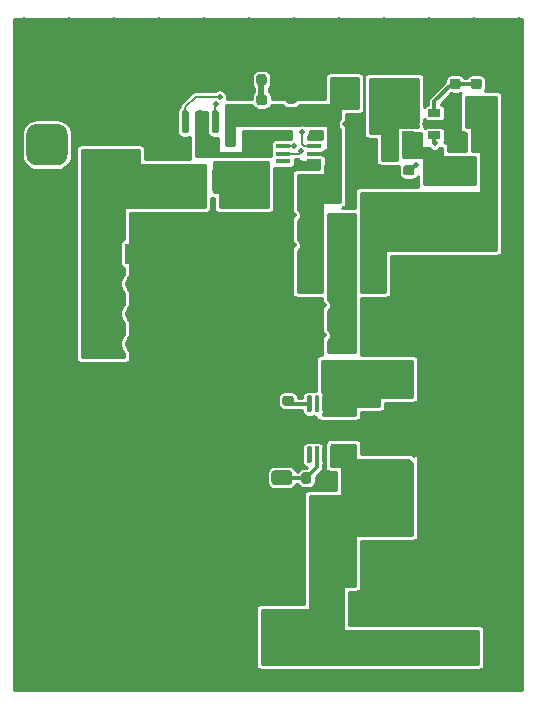
<source format=gbr>
G04 #@! TF.GenerationSoftware,KiCad,Pcbnew,(5.1.6)-1*
G04 #@! TF.CreationDate,2020-08-22T12:18:14-07:00*
G04 #@! TF.ProjectId,Ultra_Low_Noise_Bias_Supply,556c7472-615f-44c6-9f77-5f4e6f697365,rev?*
G04 #@! TF.SameCoordinates,Original*
G04 #@! TF.FileFunction,Copper,L1,Top*
G04 #@! TF.FilePolarity,Positive*
%FSLAX46Y46*%
G04 Gerber Fmt 4.6, Leading zero omitted, Abs format (unit mm)*
G04 Created by KiCad (PCBNEW (5.1.6)-1) date 2020-08-22 12:18:14*
%MOMM*%
%LPD*%
G01*
G04 APERTURE LIST*
G04 #@! TA.AperFunction,ComponentPad*
%ADD10C,1.650000*%
G04 #@! TD*
G04 #@! TA.AperFunction,ComponentPad*
%ADD11R,1.650000X1.650000*%
G04 #@! TD*
G04 #@! TA.AperFunction,ComponentPad*
%ADD12O,1.700000X1.700000*%
G04 #@! TD*
G04 #@! TA.AperFunction,ComponentPad*
%ADD13R,1.700000X1.700000*%
G04 #@! TD*
G04 #@! TA.AperFunction,ComponentPad*
%ADD14R,3.500000X3.500000*%
G04 #@! TD*
G04 #@! TA.AperFunction,SMDPad,CuDef*
%ADD15R,2.300000X1.000000*%
G04 #@! TD*
G04 #@! TA.AperFunction,SMDPad,CuDef*
%ADD16R,2.600000X1.000000*%
G04 #@! TD*
G04 #@! TA.AperFunction,SMDPad,CuDef*
%ADD17R,1.000000X2.300000*%
G04 #@! TD*
G04 #@! TA.AperFunction,SMDPad,CuDef*
%ADD18R,1.000000X2.600000*%
G04 #@! TD*
G04 #@! TA.AperFunction,SMDPad,CuDef*
%ADD19R,1.000000X1.000000*%
G04 #@! TD*
G04 #@! TA.AperFunction,SMDPad,CuDef*
%ADD20R,1.060000X0.650000*%
G04 #@! TD*
G04 #@! TA.AperFunction,ViaPad*
%ADD21C,0.500000*%
G04 #@! TD*
G04 #@! TA.AperFunction,SMDPad,CuDef*
%ADD22R,2.850000X1.650000*%
G04 #@! TD*
G04 #@! TA.AperFunction,SMDPad,CuDef*
%ADD23R,1.220000X0.400000*%
G04 #@! TD*
G04 #@! TA.AperFunction,SMDPad,CuDef*
%ADD24R,2.200000X1.500000*%
G04 #@! TD*
G04 #@! TA.AperFunction,ViaPad*
%ADD25C,0.508000*%
G04 #@! TD*
G04 #@! TA.AperFunction,Conductor*
%ADD26C,0.203200*%
G04 #@! TD*
G04 #@! TA.AperFunction,Conductor*
%ADD27C,0.508000*%
G04 #@! TD*
G04 #@! TA.AperFunction,Conductor*
%ADD28C,0.304800*%
G04 #@! TD*
G04 #@! TA.AperFunction,Conductor*
%ADD29C,0.254000*%
G04 #@! TD*
G04 APERTURE END LIST*
D10*
X131709160Y-111366300D03*
D11*
X136789160Y-111366300D03*
G04 #@! TA.AperFunction,SMDPad,CuDef*
G36*
G01*
X136789320Y-94955060D02*
X135539320Y-94955060D01*
G75*
G02*
X135289320Y-94705060I0J250000D01*
G01*
X135289320Y-93955060D01*
G75*
G02*
X135539320Y-93705060I250000J0D01*
G01*
X136789320Y-93705060D01*
G75*
G02*
X137039320Y-93955060I0J-250000D01*
G01*
X137039320Y-94705060D01*
G75*
G02*
X136789320Y-94955060I-250000J0D01*
G01*
G37*
G04 #@! TD.AperFunction*
G04 #@! TA.AperFunction,SMDPad,CuDef*
G36*
G01*
X136789320Y-97755060D02*
X135539320Y-97755060D01*
G75*
G02*
X135289320Y-97505060I0J250000D01*
G01*
X135289320Y-96755060D01*
G75*
G02*
X135539320Y-96505060I250000J0D01*
G01*
X136789320Y-96505060D01*
G75*
G02*
X137039320Y-96755060I0J-250000D01*
G01*
X137039320Y-97505060D01*
G75*
G02*
X136789320Y-97755060I-250000J0D01*
G01*
G37*
G04 #@! TD.AperFunction*
D12*
X123728480Y-85796120D03*
X123728480Y-83256120D03*
X123728480Y-80716120D03*
D13*
X123728480Y-78176120D03*
D12*
X120944640Y-85816440D03*
X120944640Y-83276440D03*
X120944640Y-80736440D03*
D13*
X120944640Y-78196440D03*
D12*
X138551920Y-79768700D03*
X141091920Y-79768700D03*
D13*
X143631920Y-79768700D03*
D12*
X150439120Y-108526580D03*
X147899120Y-108526580D03*
X145359120Y-108526580D03*
D13*
X142819120Y-108526580D03*
D12*
X150452120Y-111311820D03*
X147912120Y-111311820D03*
X145372120Y-111311820D03*
D13*
X142832120Y-111311820D03*
D12*
X126420880Y-101998780D03*
X123880880Y-101998780D03*
D13*
X121340880Y-101998780D03*
D12*
X126380240Y-94764860D03*
X123840240Y-94764860D03*
D13*
X121300240Y-94764860D03*
G04 #@! TA.AperFunction,ComponentPad*
G36*
G01*
X115395040Y-67192960D02*
X117145040Y-67192960D01*
G75*
G02*
X118020040Y-68067960I0J-875000D01*
G01*
X118020040Y-69817960D01*
G75*
G02*
X117145040Y-70692960I-875000J0D01*
G01*
X115395040Y-70692960D01*
G75*
G02*
X114520040Y-69817960I0J875000D01*
G01*
X114520040Y-68067960D01*
G75*
G02*
X115395040Y-67192960I875000J0D01*
G01*
G37*
G04 #@! TD.AperFunction*
G04 #@! TA.AperFunction,ComponentPad*
G36*
G01*
X119970040Y-64442960D02*
X121970040Y-64442960D01*
G75*
G02*
X122720040Y-65192960I0J-750000D01*
G01*
X122720040Y-66692960D01*
G75*
G02*
X121970040Y-67442960I-750000J0D01*
G01*
X119970040Y-67442960D01*
G75*
G02*
X119220040Y-66692960I0J750000D01*
G01*
X119220040Y-65192960D01*
G75*
G02*
X119970040Y-64442960I750000J0D01*
G01*
G37*
G04 #@! TD.AperFunction*
D14*
X120970040Y-71942960D03*
G04 #@! TA.AperFunction,SMDPad,CuDef*
G36*
G01*
X151528480Y-68026120D02*
X151528480Y-69276120D01*
G75*
G02*
X151278480Y-69526120I-250000J0D01*
G01*
X150528480Y-69526120D01*
G75*
G02*
X150278480Y-69276120I0J250000D01*
G01*
X150278480Y-68026120D01*
G75*
G02*
X150528480Y-67776120I250000J0D01*
G01*
X151278480Y-67776120D01*
G75*
G02*
X151528480Y-68026120I0J-250000D01*
G01*
G37*
G04 #@! TD.AperFunction*
G04 #@! TA.AperFunction,SMDPad,CuDef*
G36*
G01*
X154328480Y-68026120D02*
X154328480Y-69276120D01*
G75*
G02*
X154078480Y-69526120I-250000J0D01*
G01*
X153328480Y-69526120D01*
G75*
G02*
X153078480Y-69276120I0J250000D01*
G01*
X153078480Y-68026120D01*
G75*
G02*
X153328480Y-67776120I250000J0D01*
G01*
X154078480Y-67776120D01*
G75*
G02*
X154328480Y-68026120I0J-250000D01*
G01*
G37*
G04 #@! TD.AperFunction*
G04 #@! TA.AperFunction,SMDPad,CuDef*
G36*
G01*
X146294000Y-95016020D02*
X145044000Y-95016020D01*
G75*
G02*
X144794000Y-94766020I0J250000D01*
G01*
X144794000Y-94016020D01*
G75*
G02*
X145044000Y-93766020I250000J0D01*
G01*
X146294000Y-93766020D01*
G75*
G02*
X146544000Y-94016020I0J-250000D01*
G01*
X146544000Y-94766020D01*
G75*
G02*
X146294000Y-95016020I-250000J0D01*
G01*
G37*
G04 #@! TD.AperFunction*
G04 #@! TA.AperFunction,SMDPad,CuDef*
G36*
G01*
X146294000Y-97816020D02*
X145044000Y-97816020D01*
G75*
G02*
X144794000Y-97566020I0J250000D01*
G01*
X144794000Y-96816020D01*
G75*
G02*
X145044000Y-96566020I250000J0D01*
G01*
X146294000Y-96566020D01*
G75*
G02*
X146544000Y-96816020I0J-250000D01*
G01*
X146544000Y-97566020D01*
G75*
G02*
X146294000Y-97816020I-250000J0D01*
G01*
G37*
G04 #@! TD.AperFunction*
G04 #@! TA.AperFunction,SMDPad,CuDef*
G36*
G01*
X143032180Y-66591020D02*
X143032180Y-67841020D01*
G75*
G02*
X142782180Y-68091020I-250000J0D01*
G01*
X142032180Y-68091020D01*
G75*
G02*
X141782180Y-67841020I0J250000D01*
G01*
X141782180Y-66591020D01*
G75*
G02*
X142032180Y-66341020I250000J0D01*
G01*
X142782180Y-66341020D01*
G75*
G02*
X143032180Y-66591020I0J-250000D01*
G01*
G37*
G04 #@! TD.AperFunction*
G04 #@! TA.AperFunction,SMDPad,CuDef*
G36*
G01*
X145832180Y-66591020D02*
X145832180Y-67841020D01*
G75*
G02*
X145582180Y-68091020I-250000J0D01*
G01*
X144832180Y-68091020D01*
G75*
G02*
X144582180Y-67841020I0J250000D01*
G01*
X144582180Y-66591020D01*
G75*
G02*
X144832180Y-66341020I250000J0D01*
G01*
X145582180Y-66341020D01*
G75*
G02*
X145832180Y-66591020I0J-250000D01*
G01*
G37*
G04 #@! TD.AperFunction*
G04 #@! TA.AperFunction,SMDPad,CuDef*
G36*
G01*
X139575700Y-64426800D02*
X138325700Y-64426800D01*
G75*
G02*
X138075700Y-64176800I0J250000D01*
G01*
X138075700Y-63426800D01*
G75*
G02*
X138325700Y-63176800I250000J0D01*
G01*
X139575700Y-63176800D01*
G75*
G02*
X139825700Y-63426800I0J-250000D01*
G01*
X139825700Y-64176800D01*
G75*
G02*
X139575700Y-64426800I-250000J0D01*
G01*
G37*
G04 #@! TD.AperFunction*
G04 #@! TA.AperFunction,SMDPad,CuDef*
G36*
G01*
X139575700Y-67226800D02*
X138325700Y-67226800D01*
G75*
G02*
X138075700Y-66976800I0J250000D01*
G01*
X138075700Y-66226800D01*
G75*
G02*
X138325700Y-65976800I250000J0D01*
G01*
X139575700Y-65976800D01*
G75*
G02*
X139825700Y-66226800I0J-250000D01*
G01*
X139825700Y-66976800D01*
G75*
G02*
X139575700Y-67226800I-250000J0D01*
G01*
G37*
G04 #@! TD.AperFunction*
G04 #@! TA.AperFunction,SMDPad,CuDef*
G36*
G01*
X145064320Y-91379340D02*
X146314320Y-91379340D01*
G75*
G02*
X146564320Y-91629340I0J-250000D01*
G01*
X146564320Y-92379340D01*
G75*
G02*
X146314320Y-92629340I-250000J0D01*
G01*
X145064320Y-92629340D01*
G75*
G02*
X144814320Y-92379340I0J250000D01*
G01*
X144814320Y-91629340D01*
G75*
G02*
X145064320Y-91379340I250000J0D01*
G01*
G37*
G04 #@! TD.AperFunction*
G04 #@! TA.AperFunction,SMDPad,CuDef*
G36*
G01*
X145064320Y-88579340D02*
X146314320Y-88579340D01*
G75*
G02*
X146564320Y-88829340I0J-250000D01*
G01*
X146564320Y-89579340D01*
G75*
G02*
X146314320Y-89829340I-250000J0D01*
G01*
X145064320Y-89829340D01*
G75*
G02*
X144814320Y-89579340I0J250000D01*
G01*
X144814320Y-88829340D01*
G75*
G02*
X145064320Y-88579340I250000J0D01*
G01*
G37*
G04 #@! TD.AperFunction*
D15*
X131780720Y-103653420D03*
X131780720Y-83153420D03*
D16*
X136630720Y-103653420D03*
X136630720Y-83153420D03*
X144130720Y-103653420D03*
X144130720Y-83153420D03*
D15*
X148980720Y-103653420D03*
X148980720Y-83153420D03*
D17*
X130130720Y-102003420D03*
X150630720Y-102003420D03*
D18*
X130130720Y-97153420D03*
X150630720Y-97153420D03*
X130130720Y-89653420D03*
X150630720Y-89653420D03*
D17*
X130130720Y-84803420D03*
X150630720Y-84803420D03*
D19*
X130130720Y-83153420D03*
X130130720Y-103653420D03*
X150630720Y-103653420D03*
X150630720Y-83153420D03*
D20*
X146885480Y-67216020D03*
X146885480Y-68166020D03*
X146885480Y-66266020D03*
X149085480Y-66266020D03*
X149085480Y-67216020D03*
X149085480Y-68166020D03*
D21*
X139111480Y-93542740D03*
X139111480Y-92542740D03*
X140111480Y-93542740D03*
X140111480Y-92542740D03*
X141111480Y-93542740D03*
X141111480Y-92542740D03*
D22*
X140111480Y-93042740D03*
G04 #@! TA.AperFunction,SMDPad,CuDef*
G36*
G01*
X141636480Y-94467740D02*
X141836480Y-94467740D01*
G75*
G02*
X141936480Y-94567740I0J-100000D01*
G01*
X141936480Y-95817740D01*
G75*
G02*
X141836480Y-95917740I-100000J0D01*
G01*
X141636480Y-95917740D01*
G75*
G02*
X141536480Y-95817740I0J100000D01*
G01*
X141536480Y-94567740D01*
G75*
G02*
X141636480Y-94467740I100000J0D01*
G01*
G37*
G04 #@! TD.AperFunction*
G04 #@! TA.AperFunction,SMDPad,CuDef*
G36*
G01*
X140986480Y-94467740D02*
X141186480Y-94467740D01*
G75*
G02*
X141286480Y-94567740I0J-100000D01*
G01*
X141286480Y-95817740D01*
G75*
G02*
X141186480Y-95917740I-100000J0D01*
G01*
X140986480Y-95917740D01*
G75*
G02*
X140886480Y-95817740I0J100000D01*
G01*
X140886480Y-94567740D01*
G75*
G02*
X140986480Y-94467740I100000J0D01*
G01*
G37*
G04 #@! TD.AperFunction*
G04 #@! TA.AperFunction,SMDPad,CuDef*
G36*
G01*
X140336480Y-94467740D02*
X140536480Y-94467740D01*
G75*
G02*
X140636480Y-94567740I0J-100000D01*
G01*
X140636480Y-95817740D01*
G75*
G02*
X140536480Y-95917740I-100000J0D01*
G01*
X140336480Y-95917740D01*
G75*
G02*
X140236480Y-95817740I0J100000D01*
G01*
X140236480Y-94567740D01*
G75*
G02*
X140336480Y-94467740I100000J0D01*
G01*
G37*
G04 #@! TD.AperFunction*
G04 #@! TA.AperFunction,SMDPad,CuDef*
G36*
G01*
X139686480Y-94467740D02*
X139886480Y-94467740D01*
G75*
G02*
X139986480Y-94567740I0J-100000D01*
G01*
X139986480Y-95817740D01*
G75*
G02*
X139886480Y-95917740I-100000J0D01*
G01*
X139686480Y-95917740D01*
G75*
G02*
X139586480Y-95817740I0J100000D01*
G01*
X139586480Y-94567740D01*
G75*
G02*
X139686480Y-94467740I100000J0D01*
G01*
G37*
G04 #@! TD.AperFunction*
G04 #@! TA.AperFunction,SMDPad,CuDef*
G36*
G01*
X139036480Y-94467740D02*
X139236480Y-94467740D01*
G75*
G02*
X139336480Y-94567740I0J-100000D01*
G01*
X139336480Y-95817740D01*
G75*
G02*
X139236480Y-95917740I-100000J0D01*
G01*
X139036480Y-95917740D01*
G75*
G02*
X138936480Y-95817740I0J100000D01*
G01*
X138936480Y-94567740D01*
G75*
G02*
X139036480Y-94467740I100000J0D01*
G01*
G37*
G04 #@! TD.AperFunction*
G04 #@! TA.AperFunction,SMDPad,CuDef*
G36*
G01*
X138386480Y-94467740D02*
X138586480Y-94467740D01*
G75*
G02*
X138686480Y-94567740I0J-100000D01*
G01*
X138686480Y-95817740D01*
G75*
G02*
X138586480Y-95917740I-100000J0D01*
G01*
X138386480Y-95917740D01*
G75*
G02*
X138286480Y-95817740I0J100000D01*
G01*
X138286480Y-94567740D01*
G75*
G02*
X138386480Y-94467740I100000J0D01*
G01*
G37*
G04 #@! TD.AperFunction*
G04 #@! TA.AperFunction,SMDPad,CuDef*
G36*
G01*
X138386480Y-90167740D02*
X138586480Y-90167740D01*
G75*
G02*
X138686480Y-90267740I0J-100000D01*
G01*
X138686480Y-91517740D01*
G75*
G02*
X138586480Y-91617740I-100000J0D01*
G01*
X138386480Y-91617740D01*
G75*
G02*
X138286480Y-91517740I0J100000D01*
G01*
X138286480Y-90267740D01*
G75*
G02*
X138386480Y-90167740I100000J0D01*
G01*
G37*
G04 #@! TD.AperFunction*
G04 #@! TA.AperFunction,SMDPad,CuDef*
G36*
G01*
X139036480Y-90167740D02*
X139236480Y-90167740D01*
G75*
G02*
X139336480Y-90267740I0J-100000D01*
G01*
X139336480Y-91517740D01*
G75*
G02*
X139236480Y-91617740I-100000J0D01*
G01*
X139036480Y-91617740D01*
G75*
G02*
X138936480Y-91517740I0J100000D01*
G01*
X138936480Y-90267740D01*
G75*
G02*
X139036480Y-90167740I100000J0D01*
G01*
G37*
G04 #@! TD.AperFunction*
G04 #@! TA.AperFunction,SMDPad,CuDef*
G36*
G01*
X139686480Y-90167740D02*
X139886480Y-90167740D01*
G75*
G02*
X139986480Y-90267740I0J-100000D01*
G01*
X139986480Y-91517740D01*
G75*
G02*
X139886480Y-91617740I-100000J0D01*
G01*
X139686480Y-91617740D01*
G75*
G02*
X139586480Y-91517740I0J100000D01*
G01*
X139586480Y-90267740D01*
G75*
G02*
X139686480Y-90167740I100000J0D01*
G01*
G37*
G04 #@! TD.AperFunction*
G04 #@! TA.AperFunction,SMDPad,CuDef*
G36*
G01*
X140336480Y-90167740D02*
X140536480Y-90167740D01*
G75*
G02*
X140636480Y-90267740I0J-100000D01*
G01*
X140636480Y-91517740D01*
G75*
G02*
X140536480Y-91617740I-100000J0D01*
G01*
X140336480Y-91617740D01*
G75*
G02*
X140236480Y-91517740I0J100000D01*
G01*
X140236480Y-90267740D01*
G75*
G02*
X140336480Y-90167740I100000J0D01*
G01*
G37*
G04 #@! TD.AperFunction*
G04 #@! TA.AperFunction,SMDPad,CuDef*
G36*
G01*
X140986480Y-90167740D02*
X141186480Y-90167740D01*
G75*
G02*
X141286480Y-90267740I0J-100000D01*
G01*
X141286480Y-91517740D01*
G75*
G02*
X141186480Y-91617740I-100000J0D01*
G01*
X140986480Y-91617740D01*
G75*
G02*
X140886480Y-91517740I0J100000D01*
G01*
X140886480Y-90267740D01*
G75*
G02*
X140986480Y-90167740I100000J0D01*
G01*
G37*
G04 #@! TD.AperFunction*
G04 #@! TA.AperFunction,SMDPad,CuDef*
G36*
G01*
X141636480Y-90167740D02*
X141836480Y-90167740D01*
G75*
G02*
X141936480Y-90267740I0J-100000D01*
G01*
X141936480Y-91517740D01*
G75*
G02*
X141836480Y-91617740I-100000J0D01*
G01*
X141636480Y-91617740D01*
G75*
G02*
X141536480Y-91517740I0J100000D01*
G01*
X141536480Y-90267740D01*
G75*
G02*
X141636480Y-90167740I100000J0D01*
G01*
G37*
G04 #@! TD.AperFunction*
D23*
X136256400Y-70337400D03*
X136256400Y-69697400D03*
X136256400Y-69037400D03*
X136256400Y-68397400D03*
X138876400Y-68397400D03*
X138876400Y-69037400D03*
X138876400Y-69697400D03*
X138876400Y-70337400D03*
G04 #@! TA.AperFunction,SMDPad,CuDef*
G36*
G01*
X151099230Y-64237120D02*
X150586730Y-64237120D01*
G75*
G02*
X150367980Y-64018370I0J218750D01*
G01*
X150367980Y-63580870D01*
G75*
G02*
X150586730Y-63362120I218750J0D01*
G01*
X151099230Y-63362120D01*
G75*
G02*
X151317980Y-63580870I0J-218750D01*
G01*
X151317980Y-64018370D01*
G75*
G02*
X151099230Y-64237120I-218750J0D01*
G01*
G37*
G04 #@! TD.AperFunction*
G04 #@! TA.AperFunction,SMDPad,CuDef*
G36*
G01*
X151099230Y-65812120D02*
X150586730Y-65812120D01*
G75*
G02*
X150367980Y-65593370I0J218750D01*
G01*
X150367980Y-65155870D01*
G75*
G02*
X150586730Y-64937120I218750J0D01*
G01*
X151099230Y-64937120D01*
G75*
G02*
X151317980Y-65155870I0J-218750D01*
G01*
X151317980Y-65593370D01*
G75*
G02*
X151099230Y-65812120I-218750J0D01*
G01*
G37*
G04 #@! TD.AperFunction*
G04 #@! TA.AperFunction,SMDPad,CuDef*
G36*
G01*
X152367270Y-64937120D02*
X152879770Y-64937120D01*
G75*
G02*
X153098520Y-65155870I0J-218750D01*
G01*
X153098520Y-65593370D01*
G75*
G02*
X152879770Y-65812120I-218750J0D01*
G01*
X152367270Y-65812120D01*
G75*
G02*
X152148520Y-65593370I0J218750D01*
G01*
X152148520Y-65155870D01*
G75*
G02*
X152367270Y-64937120I218750J0D01*
G01*
G37*
G04 #@! TD.AperFunction*
G04 #@! TA.AperFunction,SMDPad,CuDef*
G36*
G01*
X152367270Y-63362120D02*
X152879770Y-63362120D01*
G75*
G02*
X153098520Y-63580870I0J-218750D01*
G01*
X153098520Y-64018370D01*
G75*
G02*
X152879770Y-64237120I-218750J0D01*
G01*
X152367270Y-64237120D01*
G75*
G02*
X152148520Y-64018370I0J218750D01*
G01*
X152148520Y-63580870D01*
G75*
G02*
X152367270Y-63362120I218750J0D01*
G01*
G37*
G04 #@! TD.AperFunction*
G04 #@! TA.AperFunction,SMDPad,CuDef*
G36*
G01*
X138659120Y-96906370D02*
X138659120Y-97418870D01*
G75*
G02*
X138440370Y-97637620I-218750J0D01*
G01*
X138002870Y-97637620D01*
G75*
G02*
X137784120Y-97418870I0J218750D01*
G01*
X137784120Y-96906370D01*
G75*
G02*
X138002870Y-96687620I218750J0D01*
G01*
X138440370Y-96687620D01*
G75*
G02*
X138659120Y-96906370I0J-218750D01*
G01*
G37*
G04 #@! TD.AperFunction*
G04 #@! TA.AperFunction,SMDPad,CuDef*
G36*
G01*
X140234120Y-96906370D02*
X140234120Y-97418870D01*
G75*
G02*
X140015370Y-97637620I-218750J0D01*
G01*
X139577870Y-97637620D01*
G75*
G02*
X139359120Y-97418870I0J218750D01*
G01*
X139359120Y-96906370D01*
G75*
G02*
X139577870Y-96687620I218750J0D01*
G01*
X140015370Y-96687620D01*
G75*
G02*
X140234120Y-96906370I0J-218750D01*
G01*
G37*
G04 #@! TD.AperFunction*
G04 #@! TA.AperFunction,SMDPad,CuDef*
G36*
G01*
X136943810Y-91067140D02*
X136431310Y-91067140D01*
G75*
G02*
X136212560Y-90848390I0J218750D01*
G01*
X136212560Y-90410890D01*
G75*
G02*
X136431310Y-90192140I218750J0D01*
G01*
X136943810Y-90192140D01*
G75*
G02*
X137162560Y-90410890I0J-218750D01*
G01*
X137162560Y-90848390D01*
G75*
G02*
X136943810Y-91067140I-218750J0D01*
G01*
G37*
G04 #@! TD.AperFunction*
G04 #@! TA.AperFunction,SMDPad,CuDef*
G36*
G01*
X136943810Y-92642140D02*
X136431310Y-92642140D01*
G75*
G02*
X136212560Y-92423390I0J218750D01*
G01*
X136212560Y-91985890D01*
G75*
G02*
X136431310Y-91767140I218750J0D01*
G01*
X136943810Y-91767140D01*
G75*
G02*
X137162560Y-91985890I0J-218750D01*
G01*
X137162560Y-92423390D01*
G75*
G02*
X136943810Y-92642140I-218750J0D01*
G01*
G37*
G04 #@! TD.AperFunction*
G04 #@! TA.AperFunction,SMDPad,CuDef*
G36*
G01*
X134206270Y-66301100D02*
X134718770Y-66301100D01*
G75*
G02*
X134937520Y-66519850I0J-218750D01*
G01*
X134937520Y-66957350D01*
G75*
G02*
X134718770Y-67176100I-218750J0D01*
G01*
X134206270Y-67176100D01*
G75*
G02*
X133987520Y-66957350I0J218750D01*
G01*
X133987520Y-66519850D01*
G75*
G02*
X134206270Y-66301100I218750J0D01*
G01*
G37*
G04 #@! TD.AperFunction*
G04 #@! TA.AperFunction,SMDPad,CuDef*
G36*
G01*
X134206270Y-64726100D02*
X134718770Y-64726100D01*
G75*
G02*
X134937520Y-64944850I0J-218750D01*
G01*
X134937520Y-65382350D01*
G75*
G02*
X134718770Y-65601100I-218750J0D01*
G01*
X134206270Y-65601100D01*
G75*
G02*
X133987520Y-65382350I0J218750D01*
G01*
X133987520Y-64944850D01*
G75*
G02*
X134206270Y-64726100I218750J0D01*
G01*
G37*
G04 #@! TD.AperFunction*
G04 #@! TA.AperFunction,SMDPad,CuDef*
G36*
G01*
X133253320Y-70853600D02*
X134503320Y-70853600D01*
G75*
G02*
X134753320Y-71103600I0J-250000D01*
G01*
X134753320Y-71853600D01*
G75*
G02*
X134503320Y-72103600I-250000J0D01*
G01*
X133253320Y-72103600D01*
G75*
G02*
X133003320Y-71853600I0J250000D01*
G01*
X133003320Y-71103600D01*
G75*
G02*
X133253320Y-70853600I250000J0D01*
G01*
G37*
G04 #@! TD.AperFunction*
G04 #@! TA.AperFunction,SMDPad,CuDef*
G36*
G01*
X133253320Y-68053600D02*
X134503320Y-68053600D01*
G75*
G02*
X134753320Y-68303600I0J-250000D01*
G01*
X134753320Y-69053600D01*
G75*
G02*
X134503320Y-69303600I-250000J0D01*
G01*
X133253320Y-69303600D01*
G75*
G02*
X133003320Y-69053600I0J250000D01*
G01*
X133003320Y-68303600D01*
G75*
G02*
X133253320Y-68053600I250000J0D01*
G01*
G37*
G04 #@! TD.AperFunction*
G04 #@! TA.AperFunction,SMDPad,CuDef*
G36*
G01*
X131650600Y-70969000D02*
X131950600Y-70969000D01*
G75*
G02*
X132100600Y-71119000I0J-150000D01*
G01*
X132100600Y-72769000D01*
G75*
G02*
X131950600Y-72919000I-150000J0D01*
G01*
X131650600Y-72919000D01*
G75*
G02*
X131500600Y-72769000I0J150000D01*
G01*
X131500600Y-71119000D01*
G75*
G02*
X131650600Y-70969000I150000J0D01*
G01*
G37*
G04 #@! TD.AperFunction*
G04 #@! TA.AperFunction,SMDPad,CuDef*
G36*
G01*
X130380600Y-70969000D02*
X130680600Y-70969000D01*
G75*
G02*
X130830600Y-71119000I0J-150000D01*
G01*
X130830600Y-72769000D01*
G75*
G02*
X130680600Y-72919000I-150000J0D01*
G01*
X130380600Y-72919000D01*
G75*
G02*
X130230600Y-72769000I0J150000D01*
G01*
X130230600Y-71119000D01*
G75*
G02*
X130380600Y-70969000I150000J0D01*
G01*
G37*
G04 #@! TD.AperFunction*
G04 #@! TA.AperFunction,SMDPad,CuDef*
G36*
G01*
X129110600Y-70969000D02*
X129410600Y-70969000D01*
G75*
G02*
X129560600Y-71119000I0J-150000D01*
G01*
X129560600Y-72769000D01*
G75*
G02*
X129410600Y-72919000I-150000J0D01*
G01*
X129110600Y-72919000D01*
G75*
G02*
X128960600Y-72769000I0J150000D01*
G01*
X128960600Y-71119000D01*
G75*
G02*
X129110600Y-70969000I150000J0D01*
G01*
G37*
G04 #@! TD.AperFunction*
G04 #@! TA.AperFunction,SMDPad,CuDef*
G36*
G01*
X127840600Y-70969000D02*
X128140600Y-70969000D01*
G75*
G02*
X128290600Y-71119000I0J-150000D01*
G01*
X128290600Y-72769000D01*
G75*
G02*
X128140600Y-72919000I-150000J0D01*
G01*
X127840600Y-72919000D01*
G75*
G02*
X127690600Y-72769000I0J150000D01*
G01*
X127690600Y-71119000D01*
G75*
G02*
X127840600Y-70969000I150000J0D01*
G01*
G37*
G04 #@! TD.AperFunction*
G04 #@! TA.AperFunction,SMDPad,CuDef*
G36*
G01*
X127840600Y-66019000D02*
X128140600Y-66019000D01*
G75*
G02*
X128290600Y-66169000I0J-150000D01*
G01*
X128290600Y-67819000D01*
G75*
G02*
X128140600Y-67969000I-150000J0D01*
G01*
X127840600Y-67969000D01*
G75*
G02*
X127690600Y-67819000I0J150000D01*
G01*
X127690600Y-66169000D01*
G75*
G02*
X127840600Y-66019000I150000J0D01*
G01*
G37*
G04 #@! TD.AperFunction*
G04 #@! TA.AperFunction,SMDPad,CuDef*
G36*
G01*
X129110600Y-66019000D02*
X129410600Y-66019000D01*
G75*
G02*
X129560600Y-66169000I0J-150000D01*
G01*
X129560600Y-67819000D01*
G75*
G02*
X129410600Y-67969000I-150000J0D01*
G01*
X129110600Y-67969000D01*
G75*
G02*
X128960600Y-67819000I0J150000D01*
G01*
X128960600Y-66169000D01*
G75*
G02*
X129110600Y-66019000I150000J0D01*
G01*
G37*
G04 #@! TD.AperFunction*
G04 #@! TA.AperFunction,SMDPad,CuDef*
G36*
G01*
X130380600Y-66019000D02*
X130680600Y-66019000D01*
G75*
G02*
X130830600Y-66169000I0J-150000D01*
G01*
X130830600Y-67819000D01*
G75*
G02*
X130680600Y-67969000I-150000J0D01*
G01*
X130380600Y-67969000D01*
G75*
G02*
X130230600Y-67819000I0J150000D01*
G01*
X130230600Y-66169000D01*
G75*
G02*
X130380600Y-66019000I150000J0D01*
G01*
G37*
G04 #@! TD.AperFunction*
G04 #@! TA.AperFunction,SMDPad,CuDef*
G36*
G01*
X131650600Y-66019000D02*
X131950600Y-66019000D01*
G75*
G02*
X132100600Y-66169000I0J-150000D01*
G01*
X132100600Y-67819000D01*
G75*
G02*
X131950600Y-67969000I-150000J0D01*
G01*
X131650600Y-67969000D01*
G75*
G02*
X131500600Y-67819000I0J150000D01*
G01*
X131500600Y-66169000D01*
G75*
G02*
X131650600Y-66019000I150000J0D01*
G01*
G37*
G04 #@! TD.AperFunction*
D24*
X151157940Y-71250360D03*
X151157940Y-76750360D03*
G04 #@! TA.AperFunction,SMDPad,CuDef*
G36*
G01*
X142239700Y-63926560D02*
X142239700Y-65176560D01*
G75*
G02*
X141989700Y-65426560I-250000J0D01*
G01*
X141239700Y-65426560D01*
G75*
G02*
X140989700Y-65176560I0J250000D01*
G01*
X140989700Y-63926560D01*
G75*
G02*
X141239700Y-63676560I250000J0D01*
G01*
X141989700Y-63676560D01*
G75*
G02*
X142239700Y-63926560I0J-250000D01*
G01*
G37*
G04 #@! TD.AperFunction*
G04 #@! TA.AperFunction,SMDPad,CuDef*
G36*
G01*
X145039700Y-63926560D02*
X145039700Y-65176560D01*
G75*
G02*
X144789700Y-65426560I-250000J0D01*
G01*
X144039700Y-65426560D01*
G75*
G02*
X143789700Y-65176560I0J250000D01*
G01*
X143789700Y-63926560D01*
G75*
G02*
X144039700Y-63676560I250000J0D01*
G01*
X144789700Y-63676560D01*
G75*
G02*
X145039700Y-63926560I0J-250000D01*
G01*
G37*
G04 #@! TD.AperFunction*
G04 #@! TA.AperFunction,SMDPad,CuDef*
G36*
G01*
X141711840Y-86115860D02*
X140461840Y-86115860D01*
G75*
G02*
X140211840Y-85865860I0J250000D01*
G01*
X140211840Y-85115860D01*
G75*
G02*
X140461840Y-84865860I250000J0D01*
G01*
X141711840Y-84865860D01*
G75*
G02*
X141961840Y-85115860I0J-250000D01*
G01*
X141961840Y-85865860D01*
G75*
G02*
X141711840Y-86115860I-250000J0D01*
G01*
G37*
G04 #@! TD.AperFunction*
G04 #@! TA.AperFunction,SMDPad,CuDef*
G36*
G01*
X141711840Y-88915860D02*
X140461840Y-88915860D01*
G75*
G02*
X140211840Y-88665860I0J250000D01*
G01*
X140211840Y-87915860D01*
G75*
G02*
X140461840Y-87665860I250000J0D01*
G01*
X141711840Y-87665860D01*
G75*
G02*
X141961840Y-87915860I0J-250000D01*
G01*
X141961840Y-88665860D01*
G75*
G02*
X141711840Y-88915860I-250000J0D01*
G01*
G37*
G04 #@! TD.AperFunction*
G04 #@! TA.AperFunction,SMDPad,CuDef*
G36*
G01*
X134002260Y-63715610D02*
X134002260Y-63203110D01*
G75*
G02*
X134221010Y-62984360I218750J0D01*
G01*
X134658510Y-62984360D01*
G75*
G02*
X134877260Y-63203110I0J-218750D01*
G01*
X134877260Y-63715610D01*
G75*
G02*
X134658510Y-63934360I-218750J0D01*
G01*
X134221010Y-63934360D01*
G75*
G02*
X134002260Y-63715610I0J218750D01*
G01*
G37*
G04 #@! TD.AperFunction*
G04 #@! TA.AperFunction,SMDPad,CuDef*
G36*
G01*
X132427260Y-63715610D02*
X132427260Y-63203110D01*
G75*
G02*
X132646010Y-62984360I218750J0D01*
G01*
X133083510Y-62984360D01*
G75*
G02*
X133302260Y-63203110I0J-218750D01*
G01*
X133302260Y-63715610D01*
G75*
G02*
X133083510Y-63934360I-218750J0D01*
G01*
X132646010Y-63934360D01*
G75*
G02*
X132427260Y-63715610I0J218750D01*
G01*
G37*
G04 #@! TD.AperFunction*
G04 #@! TA.AperFunction,SMDPad,CuDef*
G36*
G01*
X151280380Y-66540670D02*
X151280380Y-67053170D01*
G75*
G02*
X151061630Y-67271920I-218750J0D01*
G01*
X150624130Y-67271920D01*
G75*
G02*
X150405380Y-67053170I0J218750D01*
G01*
X150405380Y-66540670D01*
G75*
G02*
X150624130Y-66321920I218750J0D01*
G01*
X151061630Y-66321920D01*
G75*
G02*
X151280380Y-66540670I0J-218750D01*
G01*
G37*
G04 #@! TD.AperFunction*
G04 #@! TA.AperFunction,SMDPad,CuDef*
G36*
G01*
X152855380Y-66540670D02*
X152855380Y-67053170D01*
G75*
G02*
X152636630Y-67271920I-218750J0D01*
G01*
X152199130Y-67271920D01*
G75*
G02*
X151980380Y-67053170I0J218750D01*
G01*
X151980380Y-66540670D01*
G75*
G02*
X152199130Y-66321920I218750J0D01*
G01*
X152636630Y-66321920D01*
G75*
G02*
X152855380Y-66540670I0J-218750D01*
G01*
G37*
G04 #@! TD.AperFunction*
G04 #@! TA.AperFunction,SMDPad,CuDef*
G36*
G01*
X143700210Y-94821260D02*
X143187710Y-94821260D01*
G75*
G02*
X142968960Y-94602510I0J218750D01*
G01*
X142968960Y-94165010D01*
G75*
G02*
X143187710Y-93946260I218750J0D01*
G01*
X143700210Y-93946260D01*
G75*
G02*
X143918960Y-94165010I0J-218750D01*
G01*
X143918960Y-94602510D01*
G75*
G02*
X143700210Y-94821260I-218750J0D01*
G01*
G37*
G04 #@! TD.AperFunction*
G04 #@! TA.AperFunction,SMDPad,CuDef*
G36*
G01*
X143700210Y-96396260D02*
X143187710Y-96396260D01*
G75*
G02*
X142968960Y-96177510I0J218750D01*
G01*
X142968960Y-95740010D01*
G75*
G02*
X143187710Y-95521260I218750J0D01*
G01*
X143700210Y-95521260D01*
G75*
G02*
X143918960Y-95740010I0J-218750D01*
G01*
X143918960Y-96177510D01*
G75*
G02*
X143700210Y-96396260I-218750J0D01*
G01*
G37*
G04 #@! TD.AperFunction*
G04 #@! TA.AperFunction,SMDPad,CuDef*
G36*
G01*
X147162230Y-69977520D02*
X146649730Y-69977520D01*
G75*
G02*
X146430980Y-69758770I0J218750D01*
G01*
X146430980Y-69321270D01*
G75*
G02*
X146649730Y-69102520I218750J0D01*
G01*
X147162230Y-69102520D01*
G75*
G02*
X147380980Y-69321270I0J-218750D01*
G01*
X147380980Y-69758770D01*
G75*
G02*
X147162230Y-69977520I-218750J0D01*
G01*
G37*
G04 #@! TD.AperFunction*
G04 #@! TA.AperFunction,SMDPad,CuDef*
G36*
G01*
X147162230Y-71552520D02*
X146649730Y-71552520D01*
G75*
G02*
X146430980Y-71333770I0J218750D01*
G01*
X146430980Y-70896270D01*
G75*
G02*
X146649730Y-70677520I218750J0D01*
G01*
X147162230Y-70677520D01*
G75*
G02*
X147380980Y-70896270I0J-218750D01*
G01*
X147380980Y-71333770D01*
G75*
G02*
X147162230Y-71552520I-218750J0D01*
G01*
G37*
G04 #@! TD.AperFunction*
G04 #@! TA.AperFunction,SMDPad,CuDef*
G36*
G01*
X144092180Y-69207670D02*
X144092180Y-69720170D01*
G75*
G02*
X143873430Y-69938920I-218750J0D01*
G01*
X143435930Y-69938920D01*
G75*
G02*
X143217180Y-69720170I0J218750D01*
G01*
X143217180Y-69207670D01*
G75*
G02*
X143435930Y-68988920I218750J0D01*
G01*
X143873430Y-68988920D01*
G75*
G02*
X144092180Y-69207670I0J-218750D01*
G01*
G37*
G04 #@! TD.AperFunction*
G04 #@! TA.AperFunction,SMDPad,CuDef*
G36*
G01*
X145667180Y-69207670D02*
X145667180Y-69720170D01*
G75*
G02*
X145448430Y-69938920I-218750J0D01*
G01*
X145010930Y-69938920D01*
G75*
G02*
X144792180Y-69720170I0J218750D01*
G01*
X144792180Y-69207670D01*
G75*
G02*
X145010930Y-68988920I218750J0D01*
G01*
X145448430Y-68988920D01*
G75*
G02*
X145667180Y-69207670I0J-218750D01*
G01*
G37*
G04 #@! TD.AperFunction*
G04 #@! TA.AperFunction,SMDPad,CuDef*
G36*
G01*
X137213050Y-65471560D02*
X136700550Y-65471560D01*
G75*
G02*
X136481800Y-65252810I0J218750D01*
G01*
X136481800Y-64815310D01*
G75*
G02*
X136700550Y-64596560I218750J0D01*
G01*
X137213050Y-64596560D01*
G75*
G02*
X137431800Y-64815310I0J-218750D01*
G01*
X137431800Y-65252810D01*
G75*
G02*
X137213050Y-65471560I-218750J0D01*
G01*
G37*
G04 #@! TD.AperFunction*
G04 #@! TA.AperFunction,SMDPad,CuDef*
G36*
G01*
X137213050Y-67046560D02*
X136700550Y-67046560D01*
G75*
G02*
X136481800Y-66827810I0J218750D01*
G01*
X136481800Y-66390310D01*
G75*
G02*
X136700550Y-66171560I218750J0D01*
G01*
X137213050Y-66171560D01*
G75*
G02*
X137431800Y-66390310I0J-218750D01*
G01*
X137431800Y-66827810D01*
G75*
G02*
X137213050Y-67046560I-218750J0D01*
G01*
G37*
G04 #@! TD.AperFunction*
G04 #@! TA.AperFunction,SMDPad,CuDef*
G36*
G01*
X143187710Y-91574100D02*
X143700210Y-91574100D01*
G75*
G02*
X143918960Y-91792850I0J-218750D01*
G01*
X143918960Y-92230350D01*
G75*
G02*
X143700210Y-92449100I-218750J0D01*
G01*
X143187710Y-92449100D01*
G75*
G02*
X142968960Y-92230350I0J218750D01*
G01*
X142968960Y-91792850D01*
G75*
G02*
X143187710Y-91574100I218750J0D01*
G01*
G37*
G04 #@! TD.AperFunction*
G04 #@! TA.AperFunction,SMDPad,CuDef*
G36*
G01*
X143187710Y-89999100D02*
X143700210Y-89999100D01*
G75*
G02*
X143918960Y-90217850I0J-218750D01*
G01*
X143918960Y-90655350D01*
G75*
G02*
X143700210Y-90874100I-218750J0D01*
G01*
X143187710Y-90874100D01*
G75*
G02*
X142968960Y-90655350I0J218750D01*
G01*
X142968960Y-90217850D01*
G75*
G02*
X143187710Y-89999100I218750J0D01*
G01*
G37*
G04 #@! TD.AperFunction*
D25*
X137789920Y-69522340D03*
X130556000Y-65532000D03*
X133878320Y-70563740D03*
X137152570Y-69037400D03*
X133878320Y-69547740D03*
X135295109Y-68334601D03*
X132130800Y-63449200D03*
X136956800Y-64338200D03*
X138963400Y-64693800D03*
X138887200Y-67919600D03*
X138861800Y-70789800D03*
X142392400Y-68376800D03*
X142925800Y-69469000D03*
X141528800Y-67208400D03*
X148285200Y-67208400D03*
X150114000Y-66776600D03*
X150850600Y-66065400D03*
X150215600Y-67665600D03*
X140462000Y-97205800D03*
X139801600Y-94183200D03*
X114300000Y-114300000D03*
X118110000Y-114300000D03*
X121920000Y-114300000D03*
X125730000Y-114300000D03*
X129540000Y-114300000D03*
X133350000Y-114300000D03*
X137160000Y-114300000D03*
X140970000Y-114300000D03*
X144780000Y-114300000D03*
X148590000Y-114300000D03*
X152400000Y-114300000D03*
X156210000Y-114300000D03*
X156210000Y-110490000D03*
X156210000Y-106680000D03*
X156210000Y-102870000D03*
X156210000Y-99060000D03*
X156210000Y-95250000D03*
X156210000Y-91440000D03*
X156210000Y-87630000D03*
X156210000Y-83820000D03*
X156210000Y-80010000D03*
X156210000Y-76200000D03*
X156210000Y-72390000D03*
X156210000Y-68580000D03*
X156210000Y-64770000D03*
X156210000Y-60960000D03*
X156210000Y-58420000D03*
X152400000Y-58420000D03*
X148590000Y-58420000D03*
X144780000Y-58420000D03*
X140970000Y-58420000D03*
X137160000Y-58420000D03*
X133350000Y-58420000D03*
X129540000Y-58420000D03*
X125730000Y-58420000D03*
X121920000Y-58420000D03*
X118110000Y-58420000D03*
X114300000Y-58420000D03*
X114300000Y-62230000D03*
X114300000Y-66040000D03*
X114300000Y-73660000D03*
X114300000Y-77470000D03*
X114300000Y-81280000D03*
X114300000Y-85090000D03*
X114300000Y-88900000D03*
X114300000Y-92710000D03*
X114300000Y-96520000D03*
X114300000Y-100330000D03*
X114300000Y-104140000D03*
X114300000Y-107950000D03*
X114300000Y-111760000D03*
X119380000Y-107950000D03*
X119380000Y-100330000D03*
X119380000Y-92710000D03*
X119380000Y-62230000D03*
X124460000Y-62230000D03*
X129540000Y-62230000D03*
X134620000Y-62230000D03*
X139700000Y-62230000D03*
X144780000Y-62230000D03*
X149860000Y-62230000D03*
X154940000Y-62230000D03*
X152400000Y-80010000D03*
X147320000Y-80010000D03*
X132080000Y-80010000D03*
X127000000Y-80010000D03*
X127000000Y-74930000D03*
X132080000Y-74930000D03*
X127000000Y-85090000D03*
X127000000Y-90170000D03*
X119380000Y-87630000D03*
X144780000Y-105410000D03*
X149860000Y-105410000D03*
X152400000Y-105410000D03*
X152400000Y-97790000D03*
X152400000Y-90170000D03*
X152400000Y-82550000D03*
X132080000Y-85090000D03*
X137160000Y-85090000D03*
X144780000Y-85090000D03*
X132080000Y-92710000D03*
X132080000Y-100330000D03*
X137160000Y-100330000D03*
X147320000Y-92710000D03*
X149860000Y-92710000D03*
X147320000Y-85090000D03*
X149860000Y-87630000D03*
X132080000Y-87630000D03*
X132080000Y-90170000D03*
X134620000Y-90170000D03*
X134620000Y-87630000D03*
X137160000Y-87630000D03*
X132080000Y-95250000D03*
X134620000Y-92710000D03*
X134620000Y-95250000D03*
X134620000Y-100330000D03*
X134620000Y-102870000D03*
X149860000Y-95250000D03*
X149860000Y-100330000D03*
X147320000Y-102870000D03*
X147320000Y-95250000D03*
X152400000Y-92710000D03*
X152400000Y-95250000D03*
X152400000Y-87630000D03*
X152400000Y-85090000D03*
X152400000Y-102870000D03*
X152400000Y-100330000D03*
X147320000Y-105410000D03*
X137160000Y-105410000D03*
X134620000Y-105410000D03*
X132080000Y-105410000D03*
X129540000Y-105410000D03*
X127000000Y-105410000D03*
X127000000Y-100330000D03*
X127000000Y-97790000D03*
X129540000Y-100330000D03*
X129540000Y-95250000D03*
X129540000Y-92710000D03*
X127000000Y-92710000D03*
X127000000Y-87630000D03*
X129540000Y-87630000D03*
X127000000Y-82550000D03*
X129540000Y-80010000D03*
X134620000Y-82550000D03*
X134620000Y-85090000D03*
X139700000Y-82550000D03*
X139700000Y-85090000D03*
X127000000Y-77470000D03*
X129540000Y-77470000D03*
X132080000Y-77470000D03*
X134620000Y-77470000D03*
X137160000Y-77470000D03*
X137160000Y-74930000D03*
X134620000Y-74930000D03*
X129540000Y-74930000D03*
X116840000Y-74930000D03*
X116840000Y-77470000D03*
X116840000Y-80010000D03*
X116840000Y-82550000D03*
X116840000Y-87630000D03*
X116840000Y-85090000D03*
X116840000Y-90170000D03*
X119380000Y-90170000D03*
X121920000Y-92710000D03*
X121920000Y-90170000D03*
X124460000Y-90170000D03*
X124460000Y-92710000D03*
X116840000Y-92710000D03*
X124460000Y-74930000D03*
X127000000Y-67310000D03*
X127000000Y-64770000D03*
X142240000Y-73660000D03*
X142240000Y-71120000D03*
X142240000Y-72390000D03*
X143510000Y-71120000D03*
X144780000Y-71120000D03*
X144780000Y-72390000D03*
X146050000Y-72390000D03*
X137891520Y-67871340D03*
X130891337Y-64909130D03*
X147523200Y-70662800D03*
X149098000Y-68834010D03*
D26*
X137069600Y-69697400D02*
X137072340Y-69700140D01*
X136256400Y-69697400D02*
X137069600Y-69697400D01*
X137069600Y-69697400D02*
X137614860Y-69697400D01*
X137614860Y-69697400D02*
X137789920Y-69522340D01*
X130530600Y-65557400D02*
X130556000Y-65532000D01*
X130530600Y-66994000D02*
X130530600Y-65557400D01*
X133878320Y-71478600D02*
X133878320Y-70563740D01*
X136256400Y-69037400D02*
X137152570Y-69037400D01*
X135357908Y-68397400D02*
X135295109Y-68334601D01*
X136256400Y-68397400D02*
X135357908Y-68397400D01*
X133878320Y-68678600D02*
X133878320Y-69547740D01*
D27*
X132864760Y-63459360D02*
X132140960Y-63459360D01*
X132140960Y-63459360D02*
X132130800Y-63449200D01*
X136956800Y-65034060D02*
X136956800Y-64338200D01*
X138950700Y-63801800D02*
X138950700Y-64681100D01*
X138950700Y-64681100D02*
X138963400Y-64693800D01*
D26*
X138876400Y-68397400D02*
X138876400Y-67930400D01*
X138876400Y-67930400D02*
X138887200Y-67919600D01*
X138876400Y-70337400D02*
X138876400Y-70775200D01*
X138876400Y-70775200D02*
X138861800Y-70789800D01*
D27*
X142407180Y-67216020D02*
X142407180Y-68362020D01*
X142407180Y-68362020D02*
X142392400Y-68376800D01*
X143654680Y-69463920D02*
X142930880Y-69463920D01*
X142930880Y-69463920D02*
X142925800Y-69469000D01*
X142407180Y-67216020D02*
X141536420Y-67216020D01*
X141536420Y-67216020D02*
X141528800Y-67208400D01*
X149085480Y-67216020D02*
X148292820Y-67216020D01*
X148292820Y-67216020D02*
X148285200Y-67208400D01*
X150842880Y-66796920D02*
X150134320Y-66796920D01*
X150134320Y-66796920D02*
X150114000Y-66776600D01*
X150842980Y-65374620D02*
X150842980Y-66057780D01*
X150842980Y-66057780D02*
X150850600Y-66065400D01*
X150903480Y-68651120D02*
X150903480Y-68353480D01*
X150903480Y-68353480D02*
X150215600Y-67665600D01*
D28*
X139796620Y-97162620D02*
X140418820Y-97162620D01*
X140418820Y-97162620D02*
X140462000Y-97205800D01*
X139786480Y-95192740D02*
X139786480Y-94198320D01*
X139786480Y-94198320D02*
X139801600Y-94183200D01*
D26*
X138876400Y-69037400D02*
X138063200Y-69037400D01*
X138063200Y-69037400D02*
X137891520Y-68865720D01*
X137891520Y-68865720D02*
X137891520Y-67871340D01*
X127990600Y-65786000D02*
X128867470Y-64909130D01*
X127990600Y-66994000D02*
X127990600Y-65786000D01*
X128867470Y-64909130D02*
X130891337Y-64909130D01*
D27*
X134439760Y-65140840D02*
X134462520Y-65163600D01*
X134439760Y-63459360D02*
X134439760Y-65140840D01*
D28*
X136196880Y-97162620D02*
X136164320Y-97130060D01*
X138221620Y-97162620D02*
X136196880Y-97162620D01*
X138221620Y-97162620D02*
X138221620Y-97160180D01*
X139136480Y-96245320D02*
X139136480Y-95192740D01*
X138221620Y-97160180D02*
X139136480Y-96245320D01*
X146905980Y-71115020D02*
X147070980Y-71115020D01*
X147070980Y-71115020D02*
X147523200Y-70662800D01*
X149085480Y-68821490D02*
X149098000Y-68834010D01*
X149085480Y-68166020D02*
X149085480Y-68821490D01*
X136950660Y-90892740D02*
X136687560Y-90629640D01*
X138486480Y-90892740D02*
X136950660Y-90892740D01*
X152623520Y-63799620D02*
X150842980Y-63799620D01*
X150842980Y-63799620D02*
X150576380Y-63799620D01*
X149085480Y-65290520D02*
X149085480Y-66266020D01*
X150576380Y-63799620D02*
X149085480Y-65290520D01*
D29*
G36*
X124073920Y-70563740D02*
G01*
X124076360Y-70588516D01*
X124083587Y-70612341D01*
X124095323Y-70634297D01*
X124111117Y-70653543D01*
X124130363Y-70669337D01*
X124152319Y-70681073D01*
X124176144Y-70688300D01*
X124200978Y-70690740D01*
X129641600Y-70688258D01*
X129641600Y-74244247D01*
X122930873Y-74246740D01*
X122906097Y-74249189D01*
X122882276Y-74256425D01*
X122860323Y-74268170D01*
X122841084Y-74283971D01*
X122825297Y-74303222D01*
X122813569Y-74325183D01*
X122806351Y-74349010D01*
X122803920Y-74373740D01*
X122803920Y-76950620D01*
X122803791Y-76950633D01*
X122731972Y-76972419D01*
X122665784Y-77007798D01*
X122607769Y-77055409D01*
X122560158Y-77113424D01*
X122524779Y-77179612D01*
X122502993Y-77251431D01*
X122495637Y-77326120D01*
X122495637Y-79026120D01*
X122502993Y-79100809D01*
X122524779Y-79172628D01*
X122560158Y-79238816D01*
X122607769Y-79296831D01*
X122665784Y-79344442D01*
X122731972Y-79379821D01*
X122803791Y-79401607D01*
X122803920Y-79401620D01*
X122803920Y-79899783D01*
X122772300Y-79931403D01*
X122637582Y-80133023D01*
X122544787Y-80357051D01*
X122497480Y-80594877D01*
X122497480Y-80837363D01*
X122544787Y-81075189D01*
X122637582Y-81299217D01*
X122772300Y-81500837D01*
X122803920Y-81532457D01*
X122803920Y-82439783D01*
X122772300Y-82471403D01*
X122637582Y-82673023D01*
X122544787Y-82897051D01*
X122497480Y-83134877D01*
X122497480Y-83377363D01*
X122544787Y-83615189D01*
X122637582Y-83839217D01*
X122772300Y-84040837D01*
X122803920Y-84072457D01*
X122803920Y-84979783D01*
X122772300Y-85011403D01*
X122637582Y-85213023D01*
X122544787Y-85437051D01*
X122497480Y-85674877D01*
X122497480Y-85917363D01*
X122544787Y-86155189D01*
X122637582Y-86379217D01*
X122772300Y-86580837D01*
X122803920Y-86612457D01*
X122803920Y-86946740D01*
X119247920Y-86946740D01*
X119247920Y-69420740D01*
X124073920Y-69420740D01*
X124073920Y-70563740D01*
G37*
X124073920Y-70563740D02*
X124076360Y-70588516D01*
X124083587Y-70612341D01*
X124095323Y-70634297D01*
X124111117Y-70653543D01*
X124130363Y-70669337D01*
X124152319Y-70681073D01*
X124176144Y-70688300D01*
X124200978Y-70690740D01*
X129641600Y-70688258D01*
X129641600Y-74244247D01*
X122930873Y-74246740D01*
X122906097Y-74249189D01*
X122882276Y-74256425D01*
X122860323Y-74268170D01*
X122841084Y-74283971D01*
X122825297Y-74303222D01*
X122813569Y-74325183D01*
X122806351Y-74349010D01*
X122803920Y-74373740D01*
X122803920Y-76950620D01*
X122803791Y-76950633D01*
X122731972Y-76972419D01*
X122665784Y-77007798D01*
X122607769Y-77055409D01*
X122560158Y-77113424D01*
X122524779Y-77179612D01*
X122502993Y-77251431D01*
X122495637Y-77326120D01*
X122495637Y-79026120D01*
X122502993Y-79100809D01*
X122524779Y-79172628D01*
X122560158Y-79238816D01*
X122607769Y-79296831D01*
X122665784Y-79344442D01*
X122731972Y-79379821D01*
X122803791Y-79401607D01*
X122803920Y-79401620D01*
X122803920Y-79899783D01*
X122772300Y-79931403D01*
X122637582Y-80133023D01*
X122544787Y-80357051D01*
X122497480Y-80594877D01*
X122497480Y-80837363D01*
X122544787Y-81075189D01*
X122637582Y-81299217D01*
X122772300Y-81500837D01*
X122803920Y-81532457D01*
X122803920Y-82439783D01*
X122772300Y-82471403D01*
X122637582Y-82673023D01*
X122544787Y-82897051D01*
X122497480Y-83134877D01*
X122497480Y-83377363D01*
X122544787Y-83615189D01*
X122637582Y-83839217D01*
X122772300Y-84040837D01*
X122803920Y-84072457D01*
X122803920Y-84979783D01*
X122772300Y-85011403D01*
X122637582Y-85213023D01*
X122544787Y-85437051D01*
X122497480Y-85674877D01*
X122497480Y-85917363D01*
X122544787Y-86155189D01*
X122637582Y-86379217D01*
X122772300Y-86580837D01*
X122803920Y-86612457D01*
X122803920Y-86946740D01*
X119247920Y-86946740D01*
X119247920Y-69420740D01*
X124073920Y-69420740D01*
X124073920Y-70563740D01*
G36*
X129847757Y-66169000D02*
G01*
X129847757Y-67819000D01*
X129857995Y-67922953D01*
X129888317Y-68022910D01*
X129937557Y-68115032D01*
X130003823Y-68195777D01*
X130084568Y-68262043D01*
X130176690Y-68311283D01*
X130276647Y-68341605D01*
X130380600Y-68351843D01*
X130680600Y-68351843D01*
X130784553Y-68341605D01*
X130784600Y-68341591D01*
X130784600Y-69547740D01*
X130787040Y-69572516D01*
X130794267Y-69596341D01*
X130806003Y-69618297D01*
X130821797Y-69637543D01*
X130841043Y-69653337D01*
X130862999Y-69665073D01*
X130886824Y-69672300D01*
X130911600Y-69674740D01*
X132715000Y-69674740D01*
X132739776Y-69672300D01*
X132763601Y-69665073D01*
X132785557Y-69653337D01*
X132804803Y-69637543D01*
X132820597Y-69618297D01*
X132832333Y-69596341D01*
X132839560Y-69572516D01*
X132842000Y-69547740D01*
X132842000Y-67769740D01*
X136900920Y-67769740D01*
X136900920Y-68454318D01*
X136893823Y-68457258D01*
X136866400Y-68454557D01*
X135646400Y-68454557D01*
X135571711Y-68461913D01*
X135499892Y-68483699D01*
X135433704Y-68519078D01*
X135375689Y-68566689D01*
X135328078Y-68624704D01*
X135292699Y-68690892D01*
X135270913Y-68762711D01*
X135263557Y-68837400D01*
X135263557Y-69237400D01*
X135270913Y-69312089D01*
X135287691Y-69367400D01*
X135270913Y-69422711D01*
X135263557Y-69497400D01*
X135263557Y-69897400D01*
X135266644Y-69928740D01*
X128899920Y-69928740D01*
X128899920Y-66167000D01*
X129847954Y-66167000D01*
X129847757Y-66169000D01*
G37*
X129847757Y-66169000D02*
X129847757Y-67819000D01*
X129857995Y-67922953D01*
X129888317Y-68022910D01*
X129937557Y-68115032D01*
X130003823Y-68195777D01*
X130084568Y-68262043D01*
X130176690Y-68311283D01*
X130276647Y-68341605D01*
X130380600Y-68351843D01*
X130680600Y-68351843D01*
X130784553Y-68341605D01*
X130784600Y-68341591D01*
X130784600Y-69547740D01*
X130787040Y-69572516D01*
X130794267Y-69596341D01*
X130806003Y-69618297D01*
X130821797Y-69637543D01*
X130841043Y-69653337D01*
X130862999Y-69665073D01*
X130886824Y-69672300D01*
X130911600Y-69674740D01*
X132715000Y-69674740D01*
X132739776Y-69672300D01*
X132763601Y-69665073D01*
X132785557Y-69653337D01*
X132804803Y-69637543D01*
X132820597Y-69618297D01*
X132832333Y-69596341D01*
X132839560Y-69572516D01*
X132842000Y-69547740D01*
X132842000Y-67769740D01*
X136900920Y-67769740D01*
X136900920Y-68454318D01*
X136893823Y-68457258D01*
X136866400Y-68454557D01*
X135646400Y-68454557D01*
X135571711Y-68461913D01*
X135499892Y-68483699D01*
X135433704Y-68519078D01*
X135375689Y-68566689D01*
X135328078Y-68624704D01*
X135292699Y-68690892D01*
X135270913Y-68762711D01*
X135263557Y-68837400D01*
X135263557Y-69237400D01*
X135270913Y-69312089D01*
X135287691Y-69367400D01*
X135270913Y-69422711D01*
X135263557Y-69497400D01*
X135263557Y-69897400D01*
X135266644Y-69928740D01*
X128899920Y-69928740D01*
X128899920Y-66167000D01*
X129847954Y-66167000D01*
X129847757Y-66169000D01*
G36*
X142615920Y-65864740D02*
G01*
X141218920Y-65864740D01*
X141194144Y-65867180D01*
X141170319Y-65874407D01*
X141148363Y-65886143D01*
X141129117Y-65901937D01*
X141113323Y-65921183D01*
X141101587Y-65943139D01*
X141094360Y-65966964D01*
X141091920Y-65991740D01*
X141091920Y-66745475D01*
X141077615Y-66757215D01*
X141057731Y-66781444D01*
X141035564Y-66803611D01*
X141018145Y-66829680D01*
X140998263Y-66853907D01*
X140983488Y-66881548D01*
X140966071Y-66907615D01*
X140954075Y-66936576D01*
X140939298Y-66964221D01*
X140930200Y-66994215D01*
X140918203Y-67023177D01*
X140912086Y-67053930D01*
X140902989Y-67083919D01*
X140899918Y-67115102D01*
X140893800Y-67145858D01*
X140893800Y-67177219D01*
X140890729Y-67208400D01*
X140893800Y-67239581D01*
X140893800Y-67270942D01*
X140899918Y-67301698D01*
X140902989Y-67332881D01*
X140912086Y-67362870D01*
X140918203Y-67393623D01*
X140930200Y-67422585D01*
X140939298Y-67452579D01*
X140954075Y-67480224D01*
X140966071Y-67509185D01*
X140983488Y-67535252D01*
X140998263Y-67562893D01*
X141018144Y-67587118D01*
X141035564Y-67613189D01*
X141065350Y-67642975D01*
X141085235Y-67667205D01*
X141091920Y-67672691D01*
X141091920Y-69850000D01*
X141094360Y-69874776D01*
X141097000Y-69883479D01*
X141097000Y-73787000D01*
X139700000Y-73787000D01*
X139675224Y-73789440D01*
X139651399Y-73796667D01*
X139629443Y-73808403D01*
X139610197Y-73824197D01*
X139594403Y-73843443D01*
X139582667Y-73865399D01*
X139575440Y-73889224D01*
X139573000Y-73914000D01*
X139573000Y-81407000D01*
X137541000Y-81407000D01*
X137541000Y-77979131D01*
X137564789Y-77963236D01*
X137653236Y-77874789D01*
X137722729Y-77770785D01*
X137770597Y-77655223D01*
X137795000Y-77532542D01*
X137795000Y-77407458D01*
X137770597Y-77284777D01*
X137722729Y-77169215D01*
X137653236Y-77065211D01*
X137564789Y-76976764D01*
X137541000Y-76960869D01*
X137541000Y-75439131D01*
X137564789Y-75423236D01*
X137653236Y-75334789D01*
X137722729Y-75230785D01*
X137770597Y-75115223D01*
X137795000Y-74992542D01*
X137795000Y-74867458D01*
X137770597Y-74744777D01*
X137722729Y-74629215D01*
X137653236Y-74525211D01*
X137564789Y-74436764D01*
X137541000Y-74420869D01*
X137541000Y-71501000D01*
X139700000Y-71501000D01*
X139724776Y-71498560D01*
X139748601Y-71491333D01*
X139770557Y-71479597D01*
X139789803Y-71463803D01*
X139805597Y-71444557D01*
X139817333Y-71422601D01*
X139824560Y-71398776D01*
X139827000Y-71374000D01*
X139827000Y-70708418D01*
X139840101Y-70683908D01*
X139861887Y-70612089D01*
X139869243Y-70537400D01*
X139869243Y-70137400D01*
X139861887Y-70062711D01*
X139840101Y-69990892D01*
X139804722Y-69924704D01*
X139757111Y-69866689D01*
X139699096Y-69819078D01*
X139632908Y-69783699D01*
X139561089Y-69761913D01*
X139486400Y-69754557D01*
X138381051Y-69754557D01*
X138400517Y-69707563D01*
X138417886Y-69620243D01*
X139486400Y-69620243D01*
X139561089Y-69612887D01*
X139632908Y-69591101D01*
X139699096Y-69555722D01*
X139757111Y-69508111D01*
X139804722Y-69450096D01*
X139820413Y-69420740D01*
X139948920Y-69420740D01*
X139973696Y-69418300D01*
X139997521Y-69411073D01*
X140019477Y-69399337D01*
X140038723Y-69383543D01*
X140054517Y-69364297D01*
X140066253Y-69342341D01*
X140073480Y-69318516D01*
X140075920Y-69293740D01*
X140075920Y-67387470D01*
X140073480Y-67362694D01*
X140066253Y-67338869D01*
X140054517Y-67316913D01*
X140038723Y-67297667D01*
X140019477Y-67281873D01*
X139997521Y-67270137D01*
X139973696Y-67262910D01*
X139948962Y-67260470D01*
X138072275Y-67259854D01*
X137954062Y-67236340D01*
X137828978Y-67236340D01*
X137711360Y-67259736D01*
X132207042Y-67257930D01*
X132182264Y-67260362D01*
X132158438Y-67267581D01*
X132136477Y-67279310D01*
X132117227Y-67295098D01*
X132101427Y-67314338D01*
X132089683Y-67336291D01*
X132082448Y-67360113D01*
X132080000Y-67384930D01*
X132080000Y-68934691D01*
X131439920Y-68936509D01*
X131439920Y-65610740D01*
X133649916Y-65610740D01*
X133650471Y-65612570D01*
X133706064Y-65716577D01*
X133780880Y-65807740D01*
X133872043Y-65882556D01*
X133976050Y-65938149D01*
X134088905Y-65972384D01*
X134206270Y-65983943D01*
X134718770Y-65983943D01*
X134836135Y-65972384D01*
X134948990Y-65938149D01*
X135052997Y-65882556D01*
X135144160Y-65807740D01*
X135218976Y-65716577D01*
X135274569Y-65612570D01*
X135275124Y-65610740D01*
X136219797Y-65610740D01*
X136275160Y-65678200D01*
X136366323Y-65753016D01*
X136470330Y-65808609D01*
X136583185Y-65842844D01*
X136700550Y-65854403D01*
X137213050Y-65854403D01*
X137330415Y-65842844D01*
X137443270Y-65808609D01*
X137547277Y-65753016D01*
X137638440Y-65678200D01*
X137693803Y-65610740D01*
X140202920Y-65610740D01*
X140227696Y-65608300D01*
X140251521Y-65601073D01*
X140273477Y-65589337D01*
X140292723Y-65573543D01*
X140308517Y-65554297D01*
X140320253Y-65532341D01*
X140327480Y-65508516D01*
X140329920Y-65483740D01*
X140329920Y-63324740D01*
X142615920Y-63324740D01*
X142615920Y-65864740D01*
G37*
X142615920Y-65864740D02*
X141218920Y-65864740D01*
X141194144Y-65867180D01*
X141170319Y-65874407D01*
X141148363Y-65886143D01*
X141129117Y-65901937D01*
X141113323Y-65921183D01*
X141101587Y-65943139D01*
X141094360Y-65966964D01*
X141091920Y-65991740D01*
X141091920Y-66745475D01*
X141077615Y-66757215D01*
X141057731Y-66781444D01*
X141035564Y-66803611D01*
X141018145Y-66829680D01*
X140998263Y-66853907D01*
X140983488Y-66881548D01*
X140966071Y-66907615D01*
X140954075Y-66936576D01*
X140939298Y-66964221D01*
X140930200Y-66994215D01*
X140918203Y-67023177D01*
X140912086Y-67053930D01*
X140902989Y-67083919D01*
X140899918Y-67115102D01*
X140893800Y-67145858D01*
X140893800Y-67177219D01*
X140890729Y-67208400D01*
X140893800Y-67239581D01*
X140893800Y-67270942D01*
X140899918Y-67301698D01*
X140902989Y-67332881D01*
X140912086Y-67362870D01*
X140918203Y-67393623D01*
X140930200Y-67422585D01*
X140939298Y-67452579D01*
X140954075Y-67480224D01*
X140966071Y-67509185D01*
X140983488Y-67535252D01*
X140998263Y-67562893D01*
X141018144Y-67587118D01*
X141035564Y-67613189D01*
X141065350Y-67642975D01*
X141085235Y-67667205D01*
X141091920Y-67672691D01*
X141091920Y-69850000D01*
X141094360Y-69874776D01*
X141097000Y-69883479D01*
X141097000Y-73787000D01*
X139700000Y-73787000D01*
X139675224Y-73789440D01*
X139651399Y-73796667D01*
X139629443Y-73808403D01*
X139610197Y-73824197D01*
X139594403Y-73843443D01*
X139582667Y-73865399D01*
X139575440Y-73889224D01*
X139573000Y-73914000D01*
X139573000Y-81407000D01*
X137541000Y-81407000D01*
X137541000Y-77979131D01*
X137564789Y-77963236D01*
X137653236Y-77874789D01*
X137722729Y-77770785D01*
X137770597Y-77655223D01*
X137795000Y-77532542D01*
X137795000Y-77407458D01*
X137770597Y-77284777D01*
X137722729Y-77169215D01*
X137653236Y-77065211D01*
X137564789Y-76976764D01*
X137541000Y-76960869D01*
X137541000Y-75439131D01*
X137564789Y-75423236D01*
X137653236Y-75334789D01*
X137722729Y-75230785D01*
X137770597Y-75115223D01*
X137795000Y-74992542D01*
X137795000Y-74867458D01*
X137770597Y-74744777D01*
X137722729Y-74629215D01*
X137653236Y-74525211D01*
X137564789Y-74436764D01*
X137541000Y-74420869D01*
X137541000Y-71501000D01*
X139700000Y-71501000D01*
X139724776Y-71498560D01*
X139748601Y-71491333D01*
X139770557Y-71479597D01*
X139789803Y-71463803D01*
X139805597Y-71444557D01*
X139817333Y-71422601D01*
X139824560Y-71398776D01*
X139827000Y-71374000D01*
X139827000Y-70708418D01*
X139840101Y-70683908D01*
X139861887Y-70612089D01*
X139869243Y-70537400D01*
X139869243Y-70137400D01*
X139861887Y-70062711D01*
X139840101Y-69990892D01*
X139804722Y-69924704D01*
X139757111Y-69866689D01*
X139699096Y-69819078D01*
X139632908Y-69783699D01*
X139561089Y-69761913D01*
X139486400Y-69754557D01*
X138381051Y-69754557D01*
X138400517Y-69707563D01*
X138417886Y-69620243D01*
X139486400Y-69620243D01*
X139561089Y-69612887D01*
X139632908Y-69591101D01*
X139699096Y-69555722D01*
X139757111Y-69508111D01*
X139804722Y-69450096D01*
X139820413Y-69420740D01*
X139948920Y-69420740D01*
X139973696Y-69418300D01*
X139997521Y-69411073D01*
X140019477Y-69399337D01*
X140038723Y-69383543D01*
X140054517Y-69364297D01*
X140066253Y-69342341D01*
X140073480Y-69318516D01*
X140075920Y-69293740D01*
X140075920Y-67387470D01*
X140073480Y-67362694D01*
X140066253Y-67338869D01*
X140054517Y-67316913D01*
X140038723Y-67297667D01*
X140019477Y-67281873D01*
X139997521Y-67270137D01*
X139973696Y-67262910D01*
X139948962Y-67260470D01*
X138072275Y-67259854D01*
X137954062Y-67236340D01*
X137828978Y-67236340D01*
X137711360Y-67259736D01*
X132207042Y-67257930D01*
X132182264Y-67260362D01*
X132158438Y-67267581D01*
X132136477Y-67279310D01*
X132117227Y-67295098D01*
X132101427Y-67314338D01*
X132089683Y-67336291D01*
X132082448Y-67360113D01*
X132080000Y-67384930D01*
X132080000Y-68934691D01*
X131439920Y-68936509D01*
X131439920Y-65610740D01*
X133649916Y-65610740D01*
X133650471Y-65612570D01*
X133706064Y-65716577D01*
X133780880Y-65807740D01*
X133872043Y-65882556D01*
X133976050Y-65938149D01*
X134088905Y-65972384D01*
X134206270Y-65983943D01*
X134718770Y-65983943D01*
X134836135Y-65972384D01*
X134948990Y-65938149D01*
X135052997Y-65882556D01*
X135144160Y-65807740D01*
X135218976Y-65716577D01*
X135274569Y-65612570D01*
X135275124Y-65610740D01*
X136219797Y-65610740D01*
X136275160Y-65678200D01*
X136366323Y-65753016D01*
X136470330Y-65808609D01*
X136583185Y-65842844D01*
X136700550Y-65854403D01*
X137213050Y-65854403D01*
X137330415Y-65842844D01*
X137443270Y-65808609D01*
X137547277Y-65753016D01*
X137638440Y-65678200D01*
X137693803Y-65610740D01*
X140202920Y-65610740D01*
X140227696Y-65608300D01*
X140251521Y-65601073D01*
X140273477Y-65589337D01*
X140292723Y-65573543D01*
X140308517Y-65554297D01*
X140320253Y-65532341D01*
X140327480Y-65508516D01*
X140329920Y-65483740D01*
X140329920Y-63324740D01*
X142615920Y-63324740D01*
X142615920Y-65864740D01*
G36*
X134995920Y-74246740D02*
G01*
X130931920Y-74246740D01*
X130931920Y-73103740D01*
X130929480Y-73078964D01*
X130922253Y-73055139D01*
X130910517Y-73033183D01*
X130894723Y-73013937D01*
X130875477Y-72998143D01*
X130853521Y-72986407D01*
X130829696Y-72979180D01*
X130804920Y-72976740D01*
X130423920Y-72976740D01*
X130423920Y-70436740D01*
X134995920Y-70436740D01*
X134995920Y-74246740D01*
G37*
X134995920Y-74246740D02*
X130931920Y-74246740D01*
X130931920Y-73103740D01*
X130929480Y-73078964D01*
X130922253Y-73055139D01*
X130910517Y-73033183D01*
X130894723Y-73013937D01*
X130875477Y-72998143D01*
X130853521Y-72986407D01*
X130829696Y-72979180D01*
X130804920Y-72976740D01*
X130423920Y-72976740D01*
X130423920Y-70436740D01*
X134995920Y-70436740D01*
X134995920Y-74246740D01*
G36*
X147955000Y-69088000D02*
G01*
X147957440Y-69112776D01*
X147964667Y-69136601D01*
X147976403Y-69158557D01*
X147992197Y-69177803D01*
X148011443Y-69193597D01*
X148033399Y-69205333D01*
X148057224Y-69212560D01*
X148082000Y-69215000D01*
X148588862Y-69215000D01*
X148604764Y-69238799D01*
X148693211Y-69327246D01*
X148797215Y-69396739D01*
X148912777Y-69444607D01*
X149035458Y-69469010D01*
X149160542Y-69469010D01*
X149283223Y-69444607D01*
X149398785Y-69396739D01*
X149502789Y-69327246D01*
X149591236Y-69238799D01*
X149607138Y-69215000D01*
X149733000Y-69215000D01*
X149733000Y-69850000D01*
X149735440Y-69874776D01*
X149742667Y-69898601D01*
X149754403Y-69920557D01*
X149770197Y-69939803D01*
X149789443Y-69955597D01*
X149811399Y-69967333D01*
X149835224Y-69974560D01*
X149860000Y-69977000D01*
X152527000Y-69977000D01*
X152527000Y-72263000D01*
X148209000Y-72263000D01*
X148209000Y-70104000D01*
X148206560Y-70079224D01*
X148199333Y-70055399D01*
X148187597Y-70033443D01*
X148171803Y-70014197D01*
X148152557Y-69998403D01*
X148130601Y-69986667D01*
X148106776Y-69979440D01*
X148082000Y-69977000D01*
X146431000Y-69977000D01*
X146431000Y-67945000D01*
X147955000Y-67945000D01*
X147955000Y-69088000D01*
G37*
X147955000Y-69088000D02*
X147957440Y-69112776D01*
X147964667Y-69136601D01*
X147976403Y-69158557D01*
X147992197Y-69177803D01*
X148011443Y-69193597D01*
X148033399Y-69205333D01*
X148057224Y-69212560D01*
X148082000Y-69215000D01*
X148588862Y-69215000D01*
X148604764Y-69238799D01*
X148693211Y-69327246D01*
X148797215Y-69396739D01*
X148912777Y-69444607D01*
X149035458Y-69469010D01*
X149160542Y-69469010D01*
X149283223Y-69444607D01*
X149398785Y-69396739D01*
X149502789Y-69327246D01*
X149591236Y-69238799D01*
X149607138Y-69215000D01*
X149733000Y-69215000D01*
X149733000Y-69850000D01*
X149735440Y-69874776D01*
X149742667Y-69898601D01*
X149754403Y-69920557D01*
X149770197Y-69939803D01*
X149789443Y-69955597D01*
X149811399Y-69967333D01*
X149835224Y-69974560D01*
X149860000Y-69977000D01*
X152527000Y-69977000D01*
X152527000Y-72263000D01*
X148209000Y-72263000D01*
X148209000Y-70104000D01*
X148206560Y-70079224D01*
X148199333Y-70055399D01*
X148187597Y-70033443D01*
X148171803Y-70014197D01*
X148152557Y-69998403D01*
X148130601Y-69986667D01*
X148106776Y-69979440D01*
X148082000Y-69977000D01*
X146431000Y-69977000D01*
X146431000Y-67945000D01*
X147955000Y-67945000D01*
X147955000Y-69088000D01*
G36*
X147701000Y-66954302D02*
G01*
X147695698Y-66964221D01*
X147686600Y-66994215D01*
X147674603Y-67023177D01*
X147668486Y-67053930D01*
X147659389Y-67083919D01*
X147656318Y-67115102D01*
X147650200Y-67145858D01*
X147650200Y-67177219D01*
X147647129Y-67208400D01*
X147650200Y-67239581D01*
X147650200Y-67270942D01*
X147656318Y-67301698D01*
X147659389Y-67332881D01*
X147668486Y-67362870D01*
X147674603Y-67393623D01*
X147686600Y-67422585D01*
X147690972Y-67437000D01*
X146050000Y-67437000D01*
X146025224Y-67439440D01*
X146001399Y-67446667D01*
X145979443Y-67458403D01*
X145960197Y-67474197D01*
X145944403Y-67493443D01*
X145932667Y-67515399D01*
X145925440Y-67539224D01*
X145923000Y-67564000D01*
X145923000Y-70231000D01*
X144653000Y-70231000D01*
X144653000Y-68072000D01*
X144650560Y-68047224D01*
X144643333Y-68023399D01*
X144631597Y-68001443D01*
X144615803Y-67982197D01*
X144596557Y-67966403D01*
X144574601Y-67954667D01*
X144550776Y-67947440D01*
X144526000Y-67945000D01*
X143637000Y-67945000D01*
X143637000Y-63373000D01*
X147701000Y-63373000D01*
X147701000Y-66954302D01*
G37*
X147701000Y-66954302D02*
X147695698Y-66964221D01*
X147686600Y-66994215D01*
X147674603Y-67023177D01*
X147668486Y-67053930D01*
X147659389Y-67083919D01*
X147656318Y-67115102D01*
X147650200Y-67145858D01*
X147650200Y-67177219D01*
X147647129Y-67208400D01*
X147650200Y-67239581D01*
X147650200Y-67270942D01*
X147656318Y-67301698D01*
X147659389Y-67332881D01*
X147668486Y-67362870D01*
X147674603Y-67393623D01*
X147686600Y-67422585D01*
X147690972Y-67437000D01*
X146050000Y-67437000D01*
X146025224Y-67439440D01*
X146001399Y-67446667D01*
X145979443Y-67458403D01*
X145960197Y-67474197D01*
X145944403Y-67493443D01*
X145932667Y-67515399D01*
X145925440Y-67539224D01*
X145923000Y-67564000D01*
X145923000Y-70231000D01*
X144653000Y-70231000D01*
X144653000Y-68072000D01*
X144650560Y-68047224D01*
X144643333Y-68023399D01*
X144631597Y-68001443D01*
X144615803Y-67982197D01*
X144596557Y-67966403D01*
X144574601Y-67954667D01*
X144550776Y-67947440D01*
X144526000Y-67945000D01*
X143637000Y-67945000D01*
X143637000Y-63373000D01*
X147701000Y-63373000D01*
X147701000Y-66954302D01*
G36*
X154305000Y-77851000D02*
G01*
X145034000Y-77851000D01*
X145009224Y-77853440D01*
X144985399Y-77860667D01*
X144963443Y-77872403D01*
X144944197Y-77888197D01*
X144928403Y-77907443D01*
X144916667Y-77929399D01*
X144909440Y-77953224D01*
X144907000Y-77978000D01*
X144907000Y-81407000D01*
X142875000Y-81407000D01*
X142875000Y-73025000D01*
X152908000Y-73025000D01*
X152932776Y-73022560D01*
X152956601Y-73015333D01*
X152978557Y-73003597D01*
X152997803Y-72987803D01*
X153013597Y-72968557D01*
X153025333Y-72946601D01*
X153032560Y-72922776D01*
X153035000Y-72898000D01*
X153035000Y-69596000D01*
X153032560Y-69571224D01*
X153025333Y-69547399D01*
X153013597Y-69525443D01*
X152997803Y-69506197D01*
X152978557Y-69490403D01*
X152956601Y-69478667D01*
X152932776Y-69471440D01*
X152908000Y-69469000D01*
X152273000Y-69469000D01*
X152273000Y-67564000D01*
X152270560Y-67539224D01*
X152263333Y-67515399D01*
X152251597Y-67493443D01*
X152235803Y-67474197D01*
X152216557Y-67458403D01*
X152194601Y-67446667D01*
X152170776Y-67439440D01*
X152146000Y-67437000D01*
X151765000Y-67437000D01*
X151765000Y-64897000D01*
X154305000Y-64897000D01*
X154305000Y-77851000D01*
G37*
X154305000Y-77851000D02*
X145034000Y-77851000D01*
X145009224Y-77853440D01*
X144985399Y-77860667D01*
X144963443Y-77872403D01*
X144944197Y-77888197D01*
X144928403Y-77907443D01*
X144916667Y-77929399D01*
X144909440Y-77953224D01*
X144907000Y-77978000D01*
X144907000Y-81407000D01*
X142875000Y-81407000D01*
X142875000Y-73025000D01*
X152908000Y-73025000D01*
X152932776Y-73022560D01*
X152956601Y-73015333D01*
X152978557Y-73003597D01*
X152997803Y-72987803D01*
X153013597Y-72968557D01*
X153025333Y-72946601D01*
X153032560Y-72922776D01*
X153035000Y-72898000D01*
X153035000Y-69596000D01*
X153032560Y-69571224D01*
X153025333Y-69547399D01*
X153013597Y-69525443D01*
X152997803Y-69506197D01*
X152978557Y-69490403D01*
X152956601Y-69478667D01*
X152932776Y-69471440D01*
X152908000Y-69469000D01*
X152273000Y-69469000D01*
X152273000Y-67564000D01*
X152270560Y-67539224D01*
X152263333Y-67515399D01*
X152251597Y-67493443D01*
X152235803Y-67474197D01*
X152216557Y-67458403D01*
X152194601Y-67446667D01*
X152170776Y-67439440D01*
X152146000Y-67437000D01*
X151765000Y-67437000D01*
X151765000Y-64897000D01*
X154305000Y-64897000D01*
X154305000Y-77851000D01*
G36*
X142367000Y-86487000D02*
G01*
X140081000Y-86487000D01*
X140081000Y-85599131D01*
X140104789Y-85583236D01*
X140193236Y-85494789D01*
X140262729Y-85390785D01*
X140310597Y-85275223D01*
X140335000Y-85152542D01*
X140335000Y-85027458D01*
X140310597Y-84904777D01*
X140262729Y-84789215D01*
X140193236Y-84685211D01*
X140104789Y-84596764D01*
X140081000Y-84580869D01*
X140081000Y-83059131D01*
X140104789Y-83043236D01*
X140193236Y-82954789D01*
X140262729Y-82850785D01*
X140310597Y-82735223D01*
X140335000Y-82612542D01*
X140335000Y-82487458D01*
X140310597Y-82364777D01*
X140262729Y-82249215D01*
X140193236Y-82145211D01*
X140104789Y-82056764D01*
X140081000Y-82040869D01*
X140081000Y-74803000D01*
X142367000Y-74803000D01*
X142367000Y-86487000D01*
G37*
X142367000Y-86487000D02*
X140081000Y-86487000D01*
X140081000Y-85599131D01*
X140104789Y-85583236D01*
X140193236Y-85494789D01*
X140262729Y-85390785D01*
X140310597Y-85275223D01*
X140335000Y-85152542D01*
X140335000Y-85027458D01*
X140310597Y-84904777D01*
X140262729Y-84789215D01*
X140193236Y-84685211D01*
X140104789Y-84596764D01*
X140081000Y-84580869D01*
X140081000Y-83059131D01*
X140104789Y-83043236D01*
X140193236Y-82954789D01*
X140262729Y-82850785D01*
X140310597Y-82735223D01*
X140335000Y-82612542D01*
X140335000Y-82487458D01*
X140310597Y-82364777D01*
X140262729Y-82249215D01*
X140193236Y-82145211D01*
X140104789Y-82056764D01*
X140081000Y-82040869D01*
X140081000Y-74803000D01*
X142367000Y-74803000D01*
X142367000Y-86487000D01*
G36*
X147193000Y-90297000D02*
G01*
X144526000Y-90297000D01*
X144501224Y-90299440D01*
X144477399Y-90306667D01*
X144455443Y-90318403D01*
X144436197Y-90334197D01*
X144420403Y-90353443D01*
X144408667Y-90375399D01*
X144401440Y-90399224D01*
X144399000Y-90424000D01*
X144399000Y-91059000D01*
X142494000Y-91059000D01*
X142469224Y-91061440D01*
X142445399Y-91068667D01*
X142423443Y-91080403D01*
X142404197Y-91096197D01*
X142388403Y-91115443D01*
X142376667Y-91137399D01*
X142369440Y-91161224D01*
X142367000Y-91186000D01*
X142367000Y-91821000D01*
X139609220Y-91821000D01*
X139637949Y-91785993D01*
X139682569Y-91702516D01*
X139710045Y-91611938D01*
X139719323Y-91517740D01*
X139719323Y-90267740D01*
X139710045Y-90173542D01*
X139682569Y-90082964D01*
X139637949Y-89999487D01*
X139577902Y-89926318D01*
X139573000Y-89922295D01*
X139573000Y-87249000D01*
X147193000Y-87249000D01*
X147193000Y-90297000D01*
G37*
X147193000Y-90297000D02*
X144526000Y-90297000D01*
X144501224Y-90299440D01*
X144477399Y-90306667D01*
X144455443Y-90318403D01*
X144436197Y-90334197D01*
X144420403Y-90353443D01*
X144408667Y-90375399D01*
X144401440Y-90399224D01*
X144399000Y-90424000D01*
X144399000Y-91059000D01*
X142494000Y-91059000D01*
X142469224Y-91061440D01*
X142445399Y-91068667D01*
X142423443Y-91080403D01*
X142404197Y-91096197D01*
X142388403Y-91115443D01*
X142376667Y-91137399D01*
X142369440Y-91161224D01*
X142367000Y-91186000D01*
X142367000Y-91821000D01*
X139609220Y-91821000D01*
X139637949Y-91785993D01*
X139682569Y-91702516D01*
X139710045Y-91611938D01*
X139719323Y-91517740D01*
X139719323Y-90267740D01*
X139710045Y-90173542D01*
X139682569Y-90082964D01*
X139637949Y-89999487D01*
X139577902Y-89926318D01*
X139573000Y-89922295D01*
X139573000Y-87249000D01*
X147193000Y-87249000D01*
X147193000Y-90297000D01*
G36*
X142367000Y-95504000D02*
G01*
X142369440Y-95528776D01*
X142376667Y-95552601D01*
X142388403Y-95574557D01*
X142404197Y-95593803D01*
X142423443Y-95609597D01*
X142445399Y-95621333D01*
X142469224Y-95628560D01*
X142494000Y-95631000D01*
X146810869Y-95631000D01*
X146826764Y-95654789D01*
X146915211Y-95743236D01*
X147019215Y-95812729D01*
X147134777Y-95860597D01*
X147193000Y-95872178D01*
X147193000Y-101981000D01*
X142494000Y-101981000D01*
X142469224Y-101983440D01*
X142445399Y-101990667D01*
X142423443Y-102002403D01*
X142404197Y-102018197D01*
X142388403Y-102037443D01*
X142376667Y-102059399D01*
X142369440Y-102083224D01*
X142367000Y-102108000D01*
X142367000Y-106299000D01*
X141478000Y-106299000D01*
X141453224Y-106301440D01*
X141429399Y-106308667D01*
X141407443Y-106320403D01*
X141388197Y-106336197D01*
X141372403Y-106355443D01*
X141360667Y-106377399D01*
X141353440Y-106401224D01*
X141351000Y-106426000D01*
X141351000Y-109982000D01*
X141353440Y-110006776D01*
X141360667Y-110030601D01*
X141372403Y-110052557D01*
X141388197Y-110071803D01*
X141407443Y-110087597D01*
X141429399Y-110099333D01*
X141453224Y-110106560D01*
X141478000Y-110109000D01*
X152781000Y-110109000D01*
X152781000Y-112903000D01*
X134493000Y-112903000D01*
X134493000Y-108331000D01*
X138430000Y-108331000D01*
X138454776Y-108328560D01*
X138478601Y-108321333D01*
X138500557Y-108309597D01*
X138519803Y-108293803D01*
X138535597Y-108274557D01*
X138547333Y-108252601D01*
X138554560Y-108228776D01*
X138557000Y-108204000D01*
X138557000Y-98679000D01*
X141173200Y-98679000D01*
X141197976Y-98676560D01*
X141221801Y-98669333D01*
X141243757Y-98657597D01*
X141263003Y-98641803D01*
X141278797Y-98622557D01*
X141290533Y-98600601D01*
X141297760Y-98576776D01*
X141300200Y-98552000D01*
X141300200Y-96266000D01*
X141297760Y-96241224D01*
X141290533Y-96217399D01*
X141278797Y-96195443D01*
X141263003Y-96176197D01*
X141243757Y-96160403D01*
X141221801Y-96148667D01*
X141197976Y-96141440D01*
X141173200Y-96139000D01*
X140335000Y-96139000D01*
X140335000Y-95994502D01*
X140360045Y-95911938D01*
X140369323Y-95817740D01*
X140369323Y-94567740D01*
X140361492Y-94488231D01*
X140364329Y-94483985D01*
X140412197Y-94368423D01*
X140413674Y-94361000D01*
X142367000Y-94361000D01*
X142367000Y-95504000D01*
G37*
X142367000Y-95504000D02*
X142369440Y-95528776D01*
X142376667Y-95552601D01*
X142388403Y-95574557D01*
X142404197Y-95593803D01*
X142423443Y-95609597D01*
X142445399Y-95621333D01*
X142469224Y-95628560D01*
X142494000Y-95631000D01*
X146810869Y-95631000D01*
X146826764Y-95654789D01*
X146915211Y-95743236D01*
X147019215Y-95812729D01*
X147134777Y-95860597D01*
X147193000Y-95872178D01*
X147193000Y-101981000D01*
X142494000Y-101981000D01*
X142469224Y-101983440D01*
X142445399Y-101990667D01*
X142423443Y-102002403D01*
X142404197Y-102018197D01*
X142388403Y-102037443D01*
X142376667Y-102059399D01*
X142369440Y-102083224D01*
X142367000Y-102108000D01*
X142367000Y-106299000D01*
X141478000Y-106299000D01*
X141453224Y-106301440D01*
X141429399Y-106308667D01*
X141407443Y-106320403D01*
X141388197Y-106336197D01*
X141372403Y-106355443D01*
X141360667Y-106377399D01*
X141353440Y-106401224D01*
X141351000Y-106426000D01*
X141351000Y-109982000D01*
X141353440Y-110006776D01*
X141360667Y-110030601D01*
X141372403Y-110052557D01*
X141388197Y-110071803D01*
X141407443Y-110087597D01*
X141429399Y-110099333D01*
X141453224Y-110106560D01*
X141478000Y-110109000D01*
X152781000Y-110109000D01*
X152781000Y-112903000D01*
X134493000Y-112903000D01*
X134493000Y-108331000D01*
X138430000Y-108331000D01*
X138454776Y-108328560D01*
X138478601Y-108321333D01*
X138500557Y-108309597D01*
X138519803Y-108293803D01*
X138535597Y-108274557D01*
X138547333Y-108252601D01*
X138554560Y-108228776D01*
X138557000Y-108204000D01*
X138557000Y-98679000D01*
X141173200Y-98679000D01*
X141197976Y-98676560D01*
X141221801Y-98669333D01*
X141243757Y-98657597D01*
X141263003Y-98641803D01*
X141278797Y-98622557D01*
X141290533Y-98600601D01*
X141297760Y-98576776D01*
X141300200Y-98552000D01*
X141300200Y-96266000D01*
X141297760Y-96241224D01*
X141290533Y-96217399D01*
X141278797Y-96195443D01*
X141263003Y-96176197D01*
X141243757Y-96160403D01*
X141221801Y-96148667D01*
X141197976Y-96141440D01*
X141173200Y-96139000D01*
X140335000Y-96139000D01*
X140335000Y-95994502D01*
X140360045Y-95911938D01*
X140369323Y-95817740D01*
X140369323Y-94567740D01*
X140361492Y-94488231D01*
X140364329Y-94483985D01*
X140412197Y-94368423D01*
X140413674Y-94361000D01*
X142367000Y-94361000D01*
X142367000Y-95504000D01*
G36*
X156491001Y-115089000D02*
G01*
X113511000Y-115089000D01*
X113511000Y-108204000D01*
X133985000Y-108204000D01*
X133985000Y-113030000D01*
X133992321Y-113104329D01*
X134014002Y-113175802D01*
X134049210Y-113241672D01*
X134096592Y-113299408D01*
X134154328Y-113346790D01*
X134220198Y-113381998D01*
X134291671Y-113403679D01*
X134366000Y-113411000D01*
X152908000Y-113411000D01*
X152982329Y-113403679D01*
X153053802Y-113381998D01*
X153119672Y-113346790D01*
X153177408Y-113299408D01*
X153224790Y-113241672D01*
X153259998Y-113175802D01*
X153281679Y-113104329D01*
X153289000Y-113030000D01*
X153289000Y-109982000D01*
X153281679Y-109907671D01*
X153259998Y-109836198D01*
X153224790Y-109770328D01*
X153177408Y-109712592D01*
X153119672Y-109665210D01*
X153053802Y-109630002D01*
X152982329Y-109608321D01*
X152908000Y-109601000D01*
X141859000Y-109601000D01*
X141859000Y-106807000D01*
X142494000Y-106807000D01*
X142568329Y-106799679D01*
X142639802Y-106777998D01*
X142705672Y-106742790D01*
X142763408Y-106695408D01*
X142810790Y-106637672D01*
X142845998Y-106571802D01*
X142867679Y-106500329D01*
X142875000Y-106426000D01*
X142875000Y-102489000D01*
X147320000Y-102489000D01*
X147394329Y-102481679D01*
X147465802Y-102459998D01*
X147531672Y-102424790D01*
X147589408Y-102377408D01*
X147636790Y-102319672D01*
X147671998Y-102253802D01*
X147693679Y-102182329D01*
X147701000Y-102108000D01*
X147701000Y-95504000D01*
X147693679Y-95429671D01*
X147671998Y-95358198D01*
X147636790Y-95292328D01*
X147589408Y-95234592D01*
X147531672Y-95187210D01*
X147465802Y-95152002D01*
X147394329Y-95130321D01*
X147320000Y-95123000D01*
X142875000Y-95123000D01*
X142875000Y-94234000D01*
X142867679Y-94159671D01*
X142845998Y-94088198D01*
X142810790Y-94022328D01*
X142763408Y-93964592D01*
X142705672Y-93917210D01*
X142639802Y-93882002D01*
X142568329Y-93860321D01*
X142494000Y-93853000D01*
X140208000Y-93853000D01*
X140133671Y-93860321D01*
X140062198Y-93882002D01*
X139996328Y-93917210D01*
X139938592Y-93964592D01*
X139891210Y-94022328D01*
X139856002Y-94088198D01*
X139834321Y-94159671D01*
X139827000Y-94234000D01*
X139827000Y-96266000D01*
X139834321Y-96340329D01*
X139856002Y-96411802D01*
X139891210Y-96477672D01*
X139938592Y-96535408D01*
X139996328Y-96582790D01*
X140062198Y-96617998D01*
X140133671Y-96639679D01*
X140208000Y-96647000D01*
X140792200Y-96647000D01*
X140792200Y-98171000D01*
X138430000Y-98171000D01*
X138355671Y-98178321D01*
X138284198Y-98200002D01*
X138218328Y-98235210D01*
X138160592Y-98282592D01*
X138113210Y-98340328D01*
X138078002Y-98406198D01*
X138056321Y-98477671D01*
X138049000Y-98552000D01*
X138049000Y-107823000D01*
X134366000Y-107823000D01*
X134291671Y-107830321D01*
X134220198Y-107852002D01*
X134154328Y-107887210D01*
X134096592Y-107934592D01*
X134049210Y-107992328D01*
X134014002Y-108058198D01*
X133992321Y-108129671D01*
X133985000Y-108204000D01*
X113511000Y-108204000D01*
X113511000Y-96755060D01*
X134906477Y-96755060D01*
X134906477Y-97505060D01*
X134918637Y-97628522D01*
X134954649Y-97747239D01*
X135013130Y-97856649D01*
X135091832Y-97952548D01*
X135187731Y-98031250D01*
X135297141Y-98089731D01*
X135415858Y-98125743D01*
X135539320Y-98137903D01*
X136789320Y-98137903D01*
X136912782Y-98125743D01*
X137031499Y-98089731D01*
X137140909Y-98031250D01*
X137236808Y-97952548D01*
X137315510Y-97856649D01*
X137373991Y-97747239D01*
X137389528Y-97696020D01*
X137472156Y-97696020D01*
X137502664Y-97753097D01*
X137577480Y-97844260D01*
X137668643Y-97919076D01*
X137772650Y-97974669D01*
X137885505Y-98008904D01*
X138002870Y-98020463D01*
X138440370Y-98020463D01*
X138557735Y-98008904D01*
X138670590Y-97974669D01*
X138774597Y-97919076D01*
X138865760Y-97844260D01*
X138940576Y-97753097D01*
X138996169Y-97649090D01*
X139030404Y-97536235D01*
X139041963Y-97418870D01*
X139041963Y-97094178D01*
X139495131Y-96641011D01*
X139515475Y-96624315D01*
X139582131Y-96543095D01*
X139631661Y-96450431D01*
X139662161Y-96349885D01*
X139669880Y-96271515D01*
X139669880Y-96271508D01*
X139672459Y-96245321D01*
X139669880Y-96219134D01*
X139669880Y-96026255D01*
X139682569Y-96002516D01*
X139710045Y-95911938D01*
X139719323Y-95817740D01*
X139719323Y-94567740D01*
X139710045Y-94473542D01*
X139682569Y-94382964D01*
X139637949Y-94299487D01*
X139577902Y-94226318D01*
X139504733Y-94166271D01*
X139421256Y-94121651D01*
X139330678Y-94094175D01*
X139236480Y-94084897D01*
X139036480Y-94084897D01*
X138942282Y-94094175D01*
X138851704Y-94121651D01*
X138811480Y-94143151D01*
X138771256Y-94121651D01*
X138680678Y-94094175D01*
X138586480Y-94084897D01*
X138386480Y-94084897D01*
X138292282Y-94094175D01*
X138201704Y-94121651D01*
X138118227Y-94166271D01*
X138045058Y-94226318D01*
X137985011Y-94299487D01*
X137940391Y-94382964D01*
X137912915Y-94473542D01*
X137903637Y-94567740D01*
X137903637Y-95817740D01*
X137912915Y-95911938D01*
X137940391Y-96002516D01*
X137985011Y-96085993D01*
X138045058Y-96159162D01*
X138118227Y-96219209D01*
X138201704Y-96263829D01*
X138292282Y-96291305D01*
X138332220Y-96295239D01*
X138322681Y-96304777D01*
X138002870Y-96304777D01*
X137885505Y-96316336D01*
X137772650Y-96350571D01*
X137668643Y-96406164D01*
X137577480Y-96480980D01*
X137502664Y-96572143D01*
X137472156Y-96629220D01*
X137409282Y-96629220D01*
X137373991Y-96512881D01*
X137315510Y-96403471D01*
X137236808Y-96307572D01*
X137140909Y-96228870D01*
X137031499Y-96170389D01*
X136912782Y-96134377D01*
X136789320Y-96122217D01*
X135539320Y-96122217D01*
X135415858Y-96134377D01*
X135297141Y-96170389D01*
X135187731Y-96228870D01*
X135091832Y-96307572D01*
X135013130Y-96403471D01*
X134954649Y-96512881D01*
X134918637Y-96631598D01*
X134906477Y-96755060D01*
X113511000Y-96755060D01*
X113511000Y-68067960D01*
X114137197Y-68067960D01*
X114137197Y-69817960D01*
X114161366Y-70063353D01*
X114232945Y-70299316D01*
X114349182Y-70516780D01*
X114505611Y-70707389D01*
X114696220Y-70863818D01*
X114913684Y-70980055D01*
X115149647Y-71051634D01*
X115395040Y-71075803D01*
X117145040Y-71075803D01*
X117390433Y-71051634D01*
X117626396Y-70980055D01*
X117843860Y-70863818D01*
X118034469Y-70707389D01*
X118190898Y-70516780D01*
X118307135Y-70299316D01*
X118378714Y-70063353D01*
X118402883Y-69817960D01*
X118402883Y-69293740D01*
X118739920Y-69293740D01*
X118739920Y-87073740D01*
X118747241Y-87148069D01*
X118768922Y-87219542D01*
X118804130Y-87285412D01*
X118851512Y-87343148D01*
X118909248Y-87390530D01*
X118975118Y-87425738D01*
X119046591Y-87447419D01*
X119120920Y-87454740D01*
X122930920Y-87454740D01*
X123005249Y-87447419D01*
X123076722Y-87425738D01*
X123142592Y-87390530D01*
X123200328Y-87343148D01*
X123247710Y-87285412D01*
X123282918Y-87219542D01*
X123304599Y-87148069D01*
X123311920Y-87073740D01*
X123311920Y-74754599D01*
X129768742Y-74752200D01*
X129842929Y-74744879D01*
X129914402Y-74723198D01*
X129980272Y-74687990D01*
X130038008Y-74640608D01*
X130085390Y-74582872D01*
X130120598Y-74517002D01*
X130142279Y-74445529D01*
X130149600Y-74371200D01*
X130149600Y-73454927D01*
X130151118Y-73455738D01*
X130222591Y-73477419D01*
X130296920Y-73484740D01*
X130423920Y-73484740D01*
X130423920Y-74373740D01*
X130431241Y-74448069D01*
X130452922Y-74519542D01*
X130488130Y-74585412D01*
X130535512Y-74643148D01*
X130593248Y-74690530D01*
X130659118Y-74725738D01*
X130730591Y-74747419D01*
X130804920Y-74754740D01*
X135122920Y-74754740D01*
X135197249Y-74747419D01*
X135268722Y-74725738D01*
X135334592Y-74690530D01*
X135392328Y-74643148D01*
X135439710Y-74585412D01*
X135474918Y-74519542D01*
X135496599Y-74448069D01*
X135503920Y-74373740D01*
X135503920Y-70892323D01*
X135571711Y-70912887D01*
X135646400Y-70920243D01*
X136866400Y-70920243D01*
X136941089Y-70912887D01*
X137012908Y-70891101D01*
X137079096Y-70855722D01*
X137137111Y-70808111D01*
X137184722Y-70750096D01*
X137220101Y-70683908D01*
X137241887Y-70612089D01*
X137249243Y-70537400D01*
X137249243Y-70180000D01*
X137558387Y-70180000D01*
X137564922Y-70201542D01*
X137600130Y-70267412D01*
X137647512Y-70325148D01*
X137705248Y-70372530D01*
X137771118Y-70407738D01*
X137842591Y-70429419D01*
X137916920Y-70436740D01*
X139319000Y-70436740D01*
X139319000Y-70993000D01*
X137414000Y-70993000D01*
X137339671Y-71000321D01*
X137268198Y-71022002D01*
X137202328Y-71057210D01*
X137144592Y-71104592D01*
X137097210Y-71162328D01*
X137062002Y-71228198D01*
X137040321Y-71299671D01*
X137033000Y-71374000D01*
X137033000Y-81534000D01*
X137040321Y-81608329D01*
X137062002Y-81679802D01*
X137097210Y-81745672D01*
X137144592Y-81803408D01*
X137202328Y-81850790D01*
X137268198Y-81885998D01*
X137339671Y-81907679D01*
X137414000Y-81915000D01*
X139573000Y-81915000D01*
X139573000Y-86614000D01*
X139580321Y-86688329D01*
X139596299Y-86741000D01*
X139446000Y-86741000D01*
X139371671Y-86748321D01*
X139300198Y-86770002D01*
X139234328Y-86805210D01*
X139176592Y-86852592D01*
X139129210Y-86910328D01*
X139094002Y-86976198D01*
X139072321Y-87047671D01*
X139065000Y-87122000D01*
X139065000Y-89784897D01*
X139036480Y-89784897D01*
X138942282Y-89794175D01*
X138851704Y-89821651D01*
X138811480Y-89843151D01*
X138771256Y-89821651D01*
X138680678Y-89794175D01*
X138586480Y-89784897D01*
X138386480Y-89784897D01*
X138292282Y-89794175D01*
X138201704Y-89821651D01*
X138118227Y-89866271D01*
X138045058Y-89926318D01*
X137985011Y-89999487D01*
X137940391Y-90082964D01*
X137912915Y-90173542D01*
X137903637Y-90267740D01*
X137903637Y-90359340D01*
X137540326Y-90359340D01*
X137533844Y-90293525D01*
X137499609Y-90180670D01*
X137444016Y-90076663D01*
X137369200Y-89985500D01*
X137278037Y-89910684D01*
X137174030Y-89855091D01*
X137061175Y-89820856D01*
X136943810Y-89809297D01*
X136431310Y-89809297D01*
X136313945Y-89820856D01*
X136201090Y-89855091D01*
X136097083Y-89910684D01*
X136005920Y-89985500D01*
X135931104Y-90076663D01*
X135875511Y-90180670D01*
X135841276Y-90293525D01*
X135829717Y-90410890D01*
X135829717Y-90848390D01*
X135841276Y-90965755D01*
X135875511Y-91078610D01*
X135931104Y-91182617D01*
X136005920Y-91273780D01*
X136097083Y-91348596D01*
X136201090Y-91404189D01*
X136313945Y-91438424D01*
X136431310Y-91449983D01*
X136943810Y-91449983D01*
X137061175Y-91438424D01*
X137101669Y-91426140D01*
X137903637Y-91426140D01*
X137903637Y-91517740D01*
X137912915Y-91611938D01*
X137940391Y-91702516D01*
X137985011Y-91785993D01*
X138045058Y-91859162D01*
X138118227Y-91919209D01*
X138201704Y-91963829D01*
X138292282Y-91991305D01*
X138386480Y-92000583D01*
X138586480Y-92000583D01*
X138680678Y-91991305D01*
X138771256Y-91963829D01*
X138811480Y-91942329D01*
X138851704Y-91963829D01*
X138942282Y-91991305D01*
X139036480Y-92000583D01*
X139070179Y-92000583D01*
X139072321Y-92022329D01*
X139094002Y-92093802D01*
X139129210Y-92159672D01*
X139176592Y-92217408D01*
X139234328Y-92264790D01*
X139300198Y-92299998D01*
X139371671Y-92321679D01*
X139446000Y-92329000D01*
X142494000Y-92329000D01*
X142568329Y-92321679D01*
X142639802Y-92299998D01*
X142705672Y-92264790D01*
X142763408Y-92217408D01*
X142810790Y-92159672D01*
X142845998Y-92093802D01*
X142867679Y-92022329D01*
X142875000Y-91948000D01*
X142875000Y-91567000D01*
X144526000Y-91567000D01*
X144600329Y-91559679D01*
X144671802Y-91537998D01*
X144737672Y-91502790D01*
X144795408Y-91455408D01*
X144842790Y-91397672D01*
X144877998Y-91331802D01*
X144899679Y-91260329D01*
X144907000Y-91186000D01*
X144907000Y-90805000D01*
X147320000Y-90805000D01*
X147394329Y-90797679D01*
X147465802Y-90775998D01*
X147531672Y-90740790D01*
X147589408Y-90693408D01*
X147636790Y-90635672D01*
X147671998Y-90569802D01*
X147693679Y-90498329D01*
X147701000Y-90424000D01*
X147701000Y-87122000D01*
X147693679Y-87047671D01*
X147671998Y-86976198D01*
X147636790Y-86910328D01*
X147589408Y-86852592D01*
X147531672Y-86805210D01*
X147465802Y-86770002D01*
X147394329Y-86748321D01*
X147320000Y-86741000D01*
X142851701Y-86741000D01*
X142867679Y-86688329D01*
X142875000Y-86614000D01*
X142875000Y-81915000D01*
X145034000Y-81915000D01*
X145108329Y-81907679D01*
X145179802Y-81885998D01*
X145245672Y-81850790D01*
X145303408Y-81803408D01*
X145350790Y-81745672D01*
X145385998Y-81679802D01*
X145407679Y-81608329D01*
X145415000Y-81534000D01*
X145415000Y-78359000D01*
X154432000Y-78359000D01*
X154506329Y-78351679D01*
X154577802Y-78329998D01*
X154643672Y-78294790D01*
X154701408Y-78247408D01*
X154748790Y-78189672D01*
X154783998Y-78123802D01*
X154805679Y-78052329D01*
X154813000Y-77978000D01*
X154813000Y-64770000D01*
X154805679Y-64695671D01*
X154783998Y-64624198D01*
X154748790Y-64558328D01*
X154701408Y-64500592D01*
X154643672Y-64453210D01*
X154577802Y-64418002D01*
X154506329Y-64396321D01*
X154432000Y-64389000D01*
X153350101Y-64389000D01*
X153379976Y-64352597D01*
X153435569Y-64248590D01*
X153469804Y-64135735D01*
X153481363Y-64018370D01*
X153481363Y-63580870D01*
X153469804Y-63463505D01*
X153435569Y-63350650D01*
X153379976Y-63246643D01*
X153305160Y-63155480D01*
X153213997Y-63080664D01*
X153109990Y-63025071D01*
X152997135Y-62990836D01*
X152879770Y-62979277D01*
X152367270Y-62979277D01*
X152249905Y-62990836D01*
X152137050Y-63025071D01*
X152033043Y-63080664D01*
X151941880Y-63155480D01*
X151867064Y-63246643D01*
X151856600Y-63266220D01*
X151609900Y-63266220D01*
X151599436Y-63246643D01*
X151524620Y-63155480D01*
X151433457Y-63080664D01*
X151329450Y-63025071D01*
X151216595Y-62990836D01*
X151099230Y-62979277D01*
X150586730Y-62979277D01*
X150469365Y-62990836D01*
X150356510Y-63025071D01*
X150252503Y-63080664D01*
X150161340Y-63155480D01*
X150086524Y-63246643D01*
X150030931Y-63350650D01*
X149996696Y-63463505D01*
X149985137Y-63580870D01*
X149985137Y-63636521D01*
X148726834Y-64894824D01*
X148706485Y-64911525D01*
X148639829Y-64992745D01*
X148590299Y-65085410D01*
X148559799Y-65185956D01*
X148552080Y-65264326D01*
X148552080Y-65264333D01*
X148549501Y-65290520D01*
X148552080Y-65316707D01*
X148552080Y-65558512D01*
X148480791Y-65565533D01*
X148408972Y-65587319D01*
X148342784Y-65622698D01*
X148284769Y-65670309D01*
X148237158Y-65728324D01*
X148209000Y-65781003D01*
X148209000Y-63246000D01*
X148201679Y-63171671D01*
X148179998Y-63100198D01*
X148144790Y-63034328D01*
X148097408Y-62976592D01*
X148039672Y-62929210D01*
X147973802Y-62894002D01*
X147902329Y-62872321D01*
X147828000Y-62865000D01*
X143510000Y-62865000D01*
X143435671Y-62872321D01*
X143364198Y-62894002D01*
X143298328Y-62929210D01*
X143240592Y-62976592D01*
X143193210Y-63034328D01*
X143158002Y-63100198D01*
X143136321Y-63171671D01*
X143129000Y-63246000D01*
X143129000Y-68072000D01*
X143136321Y-68146329D01*
X143158002Y-68217802D01*
X143193210Y-68283672D01*
X143240592Y-68341408D01*
X143298328Y-68388790D01*
X143364198Y-68423998D01*
X143435671Y-68445679D01*
X143510000Y-68453000D01*
X144145000Y-68453000D01*
X144145000Y-70358000D01*
X144152321Y-70432329D01*
X144174002Y-70503802D01*
X144209210Y-70569672D01*
X144256592Y-70627408D01*
X144314328Y-70674790D01*
X144380198Y-70709998D01*
X144451671Y-70731679D01*
X144526000Y-70739000D01*
X146050000Y-70739000D01*
X146072473Y-70736787D01*
X146059696Y-70778905D01*
X146048137Y-70896270D01*
X146048137Y-71333770D01*
X146059696Y-71451135D01*
X146093931Y-71563990D01*
X146149524Y-71667997D01*
X146224340Y-71759160D01*
X146315503Y-71833976D01*
X146419510Y-71889569D01*
X146532365Y-71923804D01*
X146649730Y-71935363D01*
X147162230Y-71935363D01*
X147279595Y-71923804D01*
X147392450Y-71889569D01*
X147496457Y-71833976D01*
X147587620Y-71759160D01*
X147662436Y-71667997D01*
X147701000Y-71595849D01*
X147701000Y-72390000D01*
X147708321Y-72464329D01*
X147724299Y-72517000D01*
X142748000Y-72517000D01*
X142673671Y-72524321D01*
X142602198Y-72546002D01*
X142536328Y-72581210D01*
X142478592Y-72628592D01*
X142431210Y-72686328D01*
X142396002Y-72752198D01*
X142374321Y-72823671D01*
X142367000Y-72898000D01*
X142367000Y-74295000D01*
X141224000Y-74295000D01*
X141298329Y-74287679D01*
X141369802Y-74265998D01*
X141435672Y-74230790D01*
X141493408Y-74183408D01*
X141540790Y-74125672D01*
X141575998Y-74059802D01*
X141597679Y-73988329D01*
X141605000Y-73914000D01*
X141605000Y-69850000D01*
X141599920Y-69798424D01*
X141599920Y-66372740D01*
X142742920Y-66372740D01*
X142817249Y-66365419D01*
X142888722Y-66343738D01*
X142954592Y-66308530D01*
X143012328Y-66261148D01*
X143059710Y-66203412D01*
X143094918Y-66137542D01*
X143116599Y-66066069D01*
X143123920Y-65991740D01*
X143123920Y-63197740D01*
X143116599Y-63123411D01*
X143094918Y-63051938D01*
X143059710Y-62986068D01*
X143012328Y-62928332D01*
X142954592Y-62880950D01*
X142888722Y-62845742D01*
X142817249Y-62824061D01*
X142742920Y-62816740D01*
X140202920Y-62816740D01*
X140128591Y-62824061D01*
X140057118Y-62845742D01*
X139991248Y-62880950D01*
X139933512Y-62928332D01*
X139886130Y-62986068D01*
X139850922Y-63051938D01*
X139829241Y-63123411D01*
X139821920Y-63197740D01*
X139821920Y-65102740D01*
X135320363Y-65102740D01*
X135320363Y-64944850D01*
X135308804Y-64827485D01*
X135274569Y-64714630D01*
X135218976Y-64610623D01*
X135144160Y-64519460D01*
X135074760Y-64462505D01*
X135074760Y-64148501D01*
X135083900Y-64141000D01*
X135158716Y-64049837D01*
X135214309Y-63945830D01*
X135248544Y-63832975D01*
X135260103Y-63715610D01*
X135260103Y-63203110D01*
X135248544Y-63085745D01*
X135214309Y-62972890D01*
X135158716Y-62868883D01*
X135083900Y-62777720D01*
X134992737Y-62702904D01*
X134888730Y-62647311D01*
X134775875Y-62613076D01*
X134658510Y-62601517D01*
X134221010Y-62601517D01*
X134103645Y-62613076D01*
X133990790Y-62647311D01*
X133886783Y-62702904D01*
X133795620Y-62777720D01*
X133720804Y-62868883D01*
X133665211Y-62972890D01*
X133630976Y-63085745D01*
X133619417Y-63203110D01*
X133619417Y-63715610D01*
X133630976Y-63832975D01*
X133665211Y-63945830D01*
X133720804Y-64049837D01*
X133795620Y-64141000D01*
X133804760Y-64148501D01*
X133804761Y-64499862D01*
X133780880Y-64519460D01*
X133706064Y-64610623D01*
X133650471Y-64714630D01*
X133616236Y-64827485D01*
X133604677Y-64944850D01*
X133604677Y-65102740D01*
X131498460Y-65102740D01*
X131501934Y-65094353D01*
X131526337Y-64971672D01*
X131526337Y-64846588D01*
X131501934Y-64723907D01*
X131454066Y-64608345D01*
X131384573Y-64504341D01*
X131296126Y-64415894D01*
X131192122Y-64346401D01*
X131076560Y-64298533D01*
X130953879Y-64274130D01*
X130828795Y-64274130D01*
X130706114Y-64298533D01*
X130590552Y-64346401D01*
X130486548Y-64415894D01*
X130475912Y-64426530D01*
X128891166Y-64426530D01*
X128867469Y-64424196D01*
X128843772Y-64426530D01*
X128843763Y-64426530D01*
X128772864Y-64433513D01*
X128681893Y-64461108D01*
X128598055Y-64505921D01*
X128524569Y-64566229D01*
X128509453Y-64584648D01*
X127666113Y-65427988D01*
X127647700Y-65443099D01*
X127632589Y-65461512D01*
X127632587Y-65461514D01*
X127587392Y-65516585D01*
X127542578Y-65600424D01*
X127514984Y-65691394D01*
X127508678Y-65755411D01*
X127463823Y-65792223D01*
X127397557Y-65872968D01*
X127348317Y-65965090D01*
X127317995Y-66065047D01*
X127307757Y-66169000D01*
X127307757Y-67819000D01*
X127317995Y-67922953D01*
X127348317Y-68022910D01*
X127397557Y-68115032D01*
X127463823Y-68195777D01*
X127544568Y-68262043D01*
X127636690Y-68311283D01*
X127736647Y-68341605D01*
X127840600Y-68351843D01*
X128140600Y-68351843D01*
X128244553Y-68341605D01*
X128344510Y-68311283D01*
X128391920Y-68285942D01*
X128391920Y-70055740D01*
X128399241Y-70130069D01*
X128414635Y-70180818D01*
X124581920Y-70182566D01*
X124581920Y-69293740D01*
X124574599Y-69219411D01*
X124552918Y-69147938D01*
X124517710Y-69082068D01*
X124470328Y-69024332D01*
X124412592Y-68976950D01*
X124346722Y-68941742D01*
X124275249Y-68920061D01*
X124200920Y-68912740D01*
X119120920Y-68912740D01*
X119046591Y-68920061D01*
X118975118Y-68941742D01*
X118909248Y-68976950D01*
X118851512Y-69024332D01*
X118804130Y-69082068D01*
X118768922Y-69147938D01*
X118747241Y-69219411D01*
X118739920Y-69293740D01*
X118402883Y-69293740D01*
X118402883Y-68067960D01*
X118378714Y-67822567D01*
X118307135Y-67586604D01*
X118190898Y-67369140D01*
X118034469Y-67178531D01*
X117843860Y-67022102D01*
X117626396Y-66905865D01*
X117390433Y-66834286D01*
X117145040Y-66810117D01*
X115395040Y-66810117D01*
X115149647Y-66834286D01*
X114913684Y-66905865D01*
X114696220Y-67022102D01*
X114505611Y-67178531D01*
X114349182Y-67369140D01*
X114232945Y-67586604D01*
X114161366Y-67822567D01*
X114137197Y-68067960D01*
X113511000Y-68067960D01*
X113511000Y-58266000D01*
X156491000Y-58266000D01*
X156491001Y-115089000D01*
G37*
X156491001Y-115089000D02*
X113511000Y-115089000D01*
X113511000Y-108204000D01*
X133985000Y-108204000D01*
X133985000Y-113030000D01*
X133992321Y-113104329D01*
X134014002Y-113175802D01*
X134049210Y-113241672D01*
X134096592Y-113299408D01*
X134154328Y-113346790D01*
X134220198Y-113381998D01*
X134291671Y-113403679D01*
X134366000Y-113411000D01*
X152908000Y-113411000D01*
X152982329Y-113403679D01*
X153053802Y-113381998D01*
X153119672Y-113346790D01*
X153177408Y-113299408D01*
X153224790Y-113241672D01*
X153259998Y-113175802D01*
X153281679Y-113104329D01*
X153289000Y-113030000D01*
X153289000Y-109982000D01*
X153281679Y-109907671D01*
X153259998Y-109836198D01*
X153224790Y-109770328D01*
X153177408Y-109712592D01*
X153119672Y-109665210D01*
X153053802Y-109630002D01*
X152982329Y-109608321D01*
X152908000Y-109601000D01*
X141859000Y-109601000D01*
X141859000Y-106807000D01*
X142494000Y-106807000D01*
X142568329Y-106799679D01*
X142639802Y-106777998D01*
X142705672Y-106742790D01*
X142763408Y-106695408D01*
X142810790Y-106637672D01*
X142845998Y-106571802D01*
X142867679Y-106500329D01*
X142875000Y-106426000D01*
X142875000Y-102489000D01*
X147320000Y-102489000D01*
X147394329Y-102481679D01*
X147465802Y-102459998D01*
X147531672Y-102424790D01*
X147589408Y-102377408D01*
X147636790Y-102319672D01*
X147671998Y-102253802D01*
X147693679Y-102182329D01*
X147701000Y-102108000D01*
X147701000Y-95504000D01*
X147693679Y-95429671D01*
X147671998Y-95358198D01*
X147636790Y-95292328D01*
X147589408Y-95234592D01*
X147531672Y-95187210D01*
X147465802Y-95152002D01*
X147394329Y-95130321D01*
X147320000Y-95123000D01*
X142875000Y-95123000D01*
X142875000Y-94234000D01*
X142867679Y-94159671D01*
X142845998Y-94088198D01*
X142810790Y-94022328D01*
X142763408Y-93964592D01*
X142705672Y-93917210D01*
X142639802Y-93882002D01*
X142568329Y-93860321D01*
X142494000Y-93853000D01*
X140208000Y-93853000D01*
X140133671Y-93860321D01*
X140062198Y-93882002D01*
X139996328Y-93917210D01*
X139938592Y-93964592D01*
X139891210Y-94022328D01*
X139856002Y-94088198D01*
X139834321Y-94159671D01*
X139827000Y-94234000D01*
X139827000Y-96266000D01*
X139834321Y-96340329D01*
X139856002Y-96411802D01*
X139891210Y-96477672D01*
X139938592Y-96535408D01*
X139996328Y-96582790D01*
X140062198Y-96617998D01*
X140133671Y-96639679D01*
X140208000Y-96647000D01*
X140792200Y-96647000D01*
X140792200Y-98171000D01*
X138430000Y-98171000D01*
X138355671Y-98178321D01*
X138284198Y-98200002D01*
X138218328Y-98235210D01*
X138160592Y-98282592D01*
X138113210Y-98340328D01*
X138078002Y-98406198D01*
X138056321Y-98477671D01*
X138049000Y-98552000D01*
X138049000Y-107823000D01*
X134366000Y-107823000D01*
X134291671Y-107830321D01*
X134220198Y-107852002D01*
X134154328Y-107887210D01*
X134096592Y-107934592D01*
X134049210Y-107992328D01*
X134014002Y-108058198D01*
X133992321Y-108129671D01*
X133985000Y-108204000D01*
X113511000Y-108204000D01*
X113511000Y-96755060D01*
X134906477Y-96755060D01*
X134906477Y-97505060D01*
X134918637Y-97628522D01*
X134954649Y-97747239D01*
X135013130Y-97856649D01*
X135091832Y-97952548D01*
X135187731Y-98031250D01*
X135297141Y-98089731D01*
X135415858Y-98125743D01*
X135539320Y-98137903D01*
X136789320Y-98137903D01*
X136912782Y-98125743D01*
X137031499Y-98089731D01*
X137140909Y-98031250D01*
X137236808Y-97952548D01*
X137315510Y-97856649D01*
X137373991Y-97747239D01*
X137389528Y-97696020D01*
X137472156Y-97696020D01*
X137502664Y-97753097D01*
X137577480Y-97844260D01*
X137668643Y-97919076D01*
X137772650Y-97974669D01*
X137885505Y-98008904D01*
X138002870Y-98020463D01*
X138440370Y-98020463D01*
X138557735Y-98008904D01*
X138670590Y-97974669D01*
X138774597Y-97919076D01*
X138865760Y-97844260D01*
X138940576Y-97753097D01*
X138996169Y-97649090D01*
X139030404Y-97536235D01*
X139041963Y-97418870D01*
X139041963Y-97094178D01*
X139495131Y-96641011D01*
X139515475Y-96624315D01*
X139582131Y-96543095D01*
X139631661Y-96450431D01*
X139662161Y-96349885D01*
X139669880Y-96271515D01*
X139669880Y-96271508D01*
X139672459Y-96245321D01*
X139669880Y-96219134D01*
X139669880Y-96026255D01*
X139682569Y-96002516D01*
X139710045Y-95911938D01*
X139719323Y-95817740D01*
X139719323Y-94567740D01*
X139710045Y-94473542D01*
X139682569Y-94382964D01*
X139637949Y-94299487D01*
X139577902Y-94226318D01*
X139504733Y-94166271D01*
X139421256Y-94121651D01*
X139330678Y-94094175D01*
X139236480Y-94084897D01*
X139036480Y-94084897D01*
X138942282Y-94094175D01*
X138851704Y-94121651D01*
X138811480Y-94143151D01*
X138771256Y-94121651D01*
X138680678Y-94094175D01*
X138586480Y-94084897D01*
X138386480Y-94084897D01*
X138292282Y-94094175D01*
X138201704Y-94121651D01*
X138118227Y-94166271D01*
X138045058Y-94226318D01*
X137985011Y-94299487D01*
X137940391Y-94382964D01*
X137912915Y-94473542D01*
X137903637Y-94567740D01*
X137903637Y-95817740D01*
X137912915Y-95911938D01*
X137940391Y-96002516D01*
X137985011Y-96085993D01*
X138045058Y-96159162D01*
X138118227Y-96219209D01*
X138201704Y-96263829D01*
X138292282Y-96291305D01*
X138332220Y-96295239D01*
X138322681Y-96304777D01*
X138002870Y-96304777D01*
X137885505Y-96316336D01*
X137772650Y-96350571D01*
X137668643Y-96406164D01*
X137577480Y-96480980D01*
X137502664Y-96572143D01*
X137472156Y-96629220D01*
X137409282Y-96629220D01*
X137373991Y-96512881D01*
X137315510Y-96403471D01*
X137236808Y-96307572D01*
X137140909Y-96228870D01*
X137031499Y-96170389D01*
X136912782Y-96134377D01*
X136789320Y-96122217D01*
X135539320Y-96122217D01*
X135415858Y-96134377D01*
X135297141Y-96170389D01*
X135187731Y-96228870D01*
X135091832Y-96307572D01*
X135013130Y-96403471D01*
X134954649Y-96512881D01*
X134918637Y-96631598D01*
X134906477Y-96755060D01*
X113511000Y-96755060D01*
X113511000Y-68067960D01*
X114137197Y-68067960D01*
X114137197Y-69817960D01*
X114161366Y-70063353D01*
X114232945Y-70299316D01*
X114349182Y-70516780D01*
X114505611Y-70707389D01*
X114696220Y-70863818D01*
X114913684Y-70980055D01*
X115149647Y-71051634D01*
X115395040Y-71075803D01*
X117145040Y-71075803D01*
X117390433Y-71051634D01*
X117626396Y-70980055D01*
X117843860Y-70863818D01*
X118034469Y-70707389D01*
X118190898Y-70516780D01*
X118307135Y-70299316D01*
X118378714Y-70063353D01*
X118402883Y-69817960D01*
X118402883Y-69293740D01*
X118739920Y-69293740D01*
X118739920Y-87073740D01*
X118747241Y-87148069D01*
X118768922Y-87219542D01*
X118804130Y-87285412D01*
X118851512Y-87343148D01*
X118909248Y-87390530D01*
X118975118Y-87425738D01*
X119046591Y-87447419D01*
X119120920Y-87454740D01*
X122930920Y-87454740D01*
X123005249Y-87447419D01*
X123076722Y-87425738D01*
X123142592Y-87390530D01*
X123200328Y-87343148D01*
X123247710Y-87285412D01*
X123282918Y-87219542D01*
X123304599Y-87148069D01*
X123311920Y-87073740D01*
X123311920Y-74754599D01*
X129768742Y-74752200D01*
X129842929Y-74744879D01*
X129914402Y-74723198D01*
X129980272Y-74687990D01*
X130038008Y-74640608D01*
X130085390Y-74582872D01*
X130120598Y-74517002D01*
X130142279Y-74445529D01*
X130149600Y-74371200D01*
X130149600Y-73454927D01*
X130151118Y-73455738D01*
X130222591Y-73477419D01*
X130296920Y-73484740D01*
X130423920Y-73484740D01*
X130423920Y-74373740D01*
X130431241Y-74448069D01*
X130452922Y-74519542D01*
X130488130Y-74585412D01*
X130535512Y-74643148D01*
X130593248Y-74690530D01*
X130659118Y-74725738D01*
X130730591Y-74747419D01*
X130804920Y-74754740D01*
X135122920Y-74754740D01*
X135197249Y-74747419D01*
X135268722Y-74725738D01*
X135334592Y-74690530D01*
X135392328Y-74643148D01*
X135439710Y-74585412D01*
X135474918Y-74519542D01*
X135496599Y-74448069D01*
X135503920Y-74373740D01*
X135503920Y-70892323D01*
X135571711Y-70912887D01*
X135646400Y-70920243D01*
X136866400Y-70920243D01*
X136941089Y-70912887D01*
X137012908Y-70891101D01*
X137079096Y-70855722D01*
X137137111Y-70808111D01*
X137184722Y-70750096D01*
X137220101Y-70683908D01*
X137241887Y-70612089D01*
X137249243Y-70537400D01*
X137249243Y-70180000D01*
X137558387Y-70180000D01*
X137564922Y-70201542D01*
X137600130Y-70267412D01*
X137647512Y-70325148D01*
X137705248Y-70372530D01*
X137771118Y-70407738D01*
X137842591Y-70429419D01*
X137916920Y-70436740D01*
X139319000Y-70436740D01*
X139319000Y-70993000D01*
X137414000Y-70993000D01*
X137339671Y-71000321D01*
X137268198Y-71022002D01*
X137202328Y-71057210D01*
X137144592Y-71104592D01*
X137097210Y-71162328D01*
X137062002Y-71228198D01*
X137040321Y-71299671D01*
X137033000Y-71374000D01*
X137033000Y-81534000D01*
X137040321Y-81608329D01*
X137062002Y-81679802D01*
X137097210Y-81745672D01*
X137144592Y-81803408D01*
X137202328Y-81850790D01*
X137268198Y-81885998D01*
X137339671Y-81907679D01*
X137414000Y-81915000D01*
X139573000Y-81915000D01*
X139573000Y-86614000D01*
X139580321Y-86688329D01*
X139596299Y-86741000D01*
X139446000Y-86741000D01*
X139371671Y-86748321D01*
X139300198Y-86770002D01*
X139234328Y-86805210D01*
X139176592Y-86852592D01*
X139129210Y-86910328D01*
X139094002Y-86976198D01*
X139072321Y-87047671D01*
X139065000Y-87122000D01*
X139065000Y-89784897D01*
X139036480Y-89784897D01*
X138942282Y-89794175D01*
X138851704Y-89821651D01*
X138811480Y-89843151D01*
X138771256Y-89821651D01*
X138680678Y-89794175D01*
X138586480Y-89784897D01*
X138386480Y-89784897D01*
X138292282Y-89794175D01*
X138201704Y-89821651D01*
X138118227Y-89866271D01*
X138045058Y-89926318D01*
X137985011Y-89999487D01*
X137940391Y-90082964D01*
X137912915Y-90173542D01*
X137903637Y-90267740D01*
X137903637Y-90359340D01*
X137540326Y-90359340D01*
X137533844Y-90293525D01*
X137499609Y-90180670D01*
X137444016Y-90076663D01*
X137369200Y-89985500D01*
X137278037Y-89910684D01*
X137174030Y-89855091D01*
X137061175Y-89820856D01*
X136943810Y-89809297D01*
X136431310Y-89809297D01*
X136313945Y-89820856D01*
X136201090Y-89855091D01*
X136097083Y-89910684D01*
X136005920Y-89985500D01*
X135931104Y-90076663D01*
X135875511Y-90180670D01*
X135841276Y-90293525D01*
X135829717Y-90410890D01*
X135829717Y-90848390D01*
X135841276Y-90965755D01*
X135875511Y-91078610D01*
X135931104Y-91182617D01*
X136005920Y-91273780D01*
X136097083Y-91348596D01*
X136201090Y-91404189D01*
X136313945Y-91438424D01*
X136431310Y-91449983D01*
X136943810Y-91449983D01*
X137061175Y-91438424D01*
X137101669Y-91426140D01*
X137903637Y-91426140D01*
X137903637Y-91517740D01*
X137912915Y-91611938D01*
X137940391Y-91702516D01*
X137985011Y-91785993D01*
X138045058Y-91859162D01*
X138118227Y-91919209D01*
X138201704Y-91963829D01*
X138292282Y-91991305D01*
X138386480Y-92000583D01*
X138586480Y-92000583D01*
X138680678Y-91991305D01*
X138771256Y-91963829D01*
X138811480Y-91942329D01*
X138851704Y-91963829D01*
X138942282Y-91991305D01*
X139036480Y-92000583D01*
X139070179Y-92000583D01*
X139072321Y-92022329D01*
X139094002Y-92093802D01*
X139129210Y-92159672D01*
X139176592Y-92217408D01*
X139234328Y-92264790D01*
X139300198Y-92299998D01*
X139371671Y-92321679D01*
X139446000Y-92329000D01*
X142494000Y-92329000D01*
X142568329Y-92321679D01*
X142639802Y-92299998D01*
X142705672Y-92264790D01*
X142763408Y-92217408D01*
X142810790Y-92159672D01*
X142845998Y-92093802D01*
X142867679Y-92022329D01*
X142875000Y-91948000D01*
X142875000Y-91567000D01*
X144526000Y-91567000D01*
X144600329Y-91559679D01*
X144671802Y-91537998D01*
X144737672Y-91502790D01*
X144795408Y-91455408D01*
X144842790Y-91397672D01*
X144877998Y-91331802D01*
X144899679Y-91260329D01*
X144907000Y-91186000D01*
X144907000Y-90805000D01*
X147320000Y-90805000D01*
X147394329Y-90797679D01*
X147465802Y-90775998D01*
X147531672Y-90740790D01*
X147589408Y-90693408D01*
X147636790Y-90635672D01*
X147671998Y-90569802D01*
X147693679Y-90498329D01*
X147701000Y-90424000D01*
X147701000Y-87122000D01*
X147693679Y-87047671D01*
X147671998Y-86976198D01*
X147636790Y-86910328D01*
X147589408Y-86852592D01*
X147531672Y-86805210D01*
X147465802Y-86770002D01*
X147394329Y-86748321D01*
X147320000Y-86741000D01*
X142851701Y-86741000D01*
X142867679Y-86688329D01*
X142875000Y-86614000D01*
X142875000Y-81915000D01*
X145034000Y-81915000D01*
X145108329Y-81907679D01*
X145179802Y-81885998D01*
X145245672Y-81850790D01*
X145303408Y-81803408D01*
X145350790Y-81745672D01*
X145385998Y-81679802D01*
X145407679Y-81608329D01*
X145415000Y-81534000D01*
X145415000Y-78359000D01*
X154432000Y-78359000D01*
X154506329Y-78351679D01*
X154577802Y-78329998D01*
X154643672Y-78294790D01*
X154701408Y-78247408D01*
X154748790Y-78189672D01*
X154783998Y-78123802D01*
X154805679Y-78052329D01*
X154813000Y-77978000D01*
X154813000Y-64770000D01*
X154805679Y-64695671D01*
X154783998Y-64624198D01*
X154748790Y-64558328D01*
X154701408Y-64500592D01*
X154643672Y-64453210D01*
X154577802Y-64418002D01*
X154506329Y-64396321D01*
X154432000Y-64389000D01*
X153350101Y-64389000D01*
X153379976Y-64352597D01*
X153435569Y-64248590D01*
X153469804Y-64135735D01*
X153481363Y-64018370D01*
X153481363Y-63580870D01*
X153469804Y-63463505D01*
X153435569Y-63350650D01*
X153379976Y-63246643D01*
X153305160Y-63155480D01*
X153213997Y-63080664D01*
X153109990Y-63025071D01*
X152997135Y-62990836D01*
X152879770Y-62979277D01*
X152367270Y-62979277D01*
X152249905Y-62990836D01*
X152137050Y-63025071D01*
X152033043Y-63080664D01*
X151941880Y-63155480D01*
X151867064Y-63246643D01*
X151856600Y-63266220D01*
X151609900Y-63266220D01*
X151599436Y-63246643D01*
X151524620Y-63155480D01*
X151433457Y-63080664D01*
X151329450Y-63025071D01*
X151216595Y-62990836D01*
X151099230Y-62979277D01*
X150586730Y-62979277D01*
X150469365Y-62990836D01*
X150356510Y-63025071D01*
X150252503Y-63080664D01*
X150161340Y-63155480D01*
X150086524Y-63246643D01*
X150030931Y-63350650D01*
X149996696Y-63463505D01*
X149985137Y-63580870D01*
X149985137Y-63636521D01*
X148726834Y-64894824D01*
X148706485Y-64911525D01*
X148639829Y-64992745D01*
X148590299Y-65085410D01*
X148559799Y-65185956D01*
X148552080Y-65264326D01*
X148552080Y-65264333D01*
X148549501Y-65290520D01*
X148552080Y-65316707D01*
X148552080Y-65558512D01*
X148480791Y-65565533D01*
X148408972Y-65587319D01*
X148342784Y-65622698D01*
X148284769Y-65670309D01*
X148237158Y-65728324D01*
X148209000Y-65781003D01*
X148209000Y-63246000D01*
X148201679Y-63171671D01*
X148179998Y-63100198D01*
X148144790Y-63034328D01*
X148097408Y-62976592D01*
X148039672Y-62929210D01*
X147973802Y-62894002D01*
X147902329Y-62872321D01*
X147828000Y-62865000D01*
X143510000Y-62865000D01*
X143435671Y-62872321D01*
X143364198Y-62894002D01*
X143298328Y-62929210D01*
X143240592Y-62976592D01*
X143193210Y-63034328D01*
X143158002Y-63100198D01*
X143136321Y-63171671D01*
X143129000Y-63246000D01*
X143129000Y-68072000D01*
X143136321Y-68146329D01*
X143158002Y-68217802D01*
X143193210Y-68283672D01*
X143240592Y-68341408D01*
X143298328Y-68388790D01*
X143364198Y-68423998D01*
X143435671Y-68445679D01*
X143510000Y-68453000D01*
X144145000Y-68453000D01*
X144145000Y-70358000D01*
X144152321Y-70432329D01*
X144174002Y-70503802D01*
X144209210Y-70569672D01*
X144256592Y-70627408D01*
X144314328Y-70674790D01*
X144380198Y-70709998D01*
X144451671Y-70731679D01*
X144526000Y-70739000D01*
X146050000Y-70739000D01*
X146072473Y-70736787D01*
X146059696Y-70778905D01*
X146048137Y-70896270D01*
X146048137Y-71333770D01*
X146059696Y-71451135D01*
X146093931Y-71563990D01*
X146149524Y-71667997D01*
X146224340Y-71759160D01*
X146315503Y-71833976D01*
X146419510Y-71889569D01*
X146532365Y-71923804D01*
X146649730Y-71935363D01*
X147162230Y-71935363D01*
X147279595Y-71923804D01*
X147392450Y-71889569D01*
X147496457Y-71833976D01*
X147587620Y-71759160D01*
X147662436Y-71667997D01*
X147701000Y-71595849D01*
X147701000Y-72390000D01*
X147708321Y-72464329D01*
X147724299Y-72517000D01*
X142748000Y-72517000D01*
X142673671Y-72524321D01*
X142602198Y-72546002D01*
X142536328Y-72581210D01*
X142478592Y-72628592D01*
X142431210Y-72686328D01*
X142396002Y-72752198D01*
X142374321Y-72823671D01*
X142367000Y-72898000D01*
X142367000Y-74295000D01*
X141224000Y-74295000D01*
X141298329Y-74287679D01*
X141369802Y-74265998D01*
X141435672Y-74230790D01*
X141493408Y-74183408D01*
X141540790Y-74125672D01*
X141575998Y-74059802D01*
X141597679Y-73988329D01*
X141605000Y-73914000D01*
X141605000Y-69850000D01*
X141599920Y-69798424D01*
X141599920Y-66372740D01*
X142742920Y-66372740D01*
X142817249Y-66365419D01*
X142888722Y-66343738D01*
X142954592Y-66308530D01*
X143012328Y-66261148D01*
X143059710Y-66203412D01*
X143094918Y-66137542D01*
X143116599Y-66066069D01*
X143123920Y-65991740D01*
X143123920Y-63197740D01*
X143116599Y-63123411D01*
X143094918Y-63051938D01*
X143059710Y-62986068D01*
X143012328Y-62928332D01*
X142954592Y-62880950D01*
X142888722Y-62845742D01*
X142817249Y-62824061D01*
X142742920Y-62816740D01*
X140202920Y-62816740D01*
X140128591Y-62824061D01*
X140057118Y-62845742D01*
X139991248Y-62880950D01*
X139933512Y-62928332D01*
X139886130Y-62986068D01*
X139850922Y-63051938D01*
X139829241Y-63123411D01*
X139821920Y-63197740D01*
X139821920Y-65102740D01*
X135320363Y-65102740D01*
X135320363Y-64944850D01*
X135308804Y-64827485D01*
X135274569Y-64714630D01*
X135218976Y-64610623D01*
X135144160Y-64519460D01*
X135074760Y-64462505D01*
X135074760Y-64148501D01*
X135083900Y-64141000D01*
X135158716Y-64049837D01*
X135214309Y-63945830D01*
X135248544Y-63832975D01*
X135260103Y-63715610D01*
X135260103Y-63203110D01*
X135248544Y-63085745D01*
X135214309Y-62972890D01*
X135158716Y-62868883D01*
X135083900Y-62777720D01*
X134992737Y-62702904D01*
X134888730Y-62647311D01*
X134775875Y-62613076D01*
X134658510Y-62601517D01*
X134221010Y-62601517D01*
X134103645Y-62613076D01*
X133990790Y-62647311D01*
X133886783Y-62702904D01*
X133795620Y-62777720D01*
X133720804Y-62868883D01*
X133665211Y-62972890D01*
X133630976Y-63085745D01*
X133619417Y-63203110D01*
X133619417Y-63715610D01*
X133630976Y-63832975D01*
X133665211Y-63945830D01*
X133720804Y-64049837D01*
X133795620Y-64141000D01*
X133804760Y-64148501D01*
X133804761Y-64499862D01*
X133780880Y-64519460D01*
X133706064Y-64610623D01*
X133650471Y-64714630D01*
X133616236Y-64827485D01*
X133604677Y-64944850D01*
X133604677Y-65102740D01*
X131498460Y-65102740D01*
X131501934Y-65094353D01*
X131526337Y-64971672D01*
X131526337Y-64846588D01*
X131501934Y-64723907D01*
X131454066Y-64608345D01*
X131384573Y-64504341D01*
X131296126Y-64415894D01*
X131192122Y-64346401D01*
X131076560Y-64298533D01*
X130953879Y-64274130D01*
X130828795Y-64274130D01*
X130706114Y-64298533D01*
X130590552Y-64346401D01*
X130486548Y-64415894D01*
X130475912Y-64426530D01*
X128891166Y-64426530D01*
X128867469Y-64424196D01*
X128843772Y-64426530D01*
X128843763Y-64426530D01*
X128772864Y-64433513D01*
X128681893Y-64461108D01*
X128598055Y-64505921D01*
X128524569Y-64566229D01*
X128509453Y-64584648D01*
X127666113Y-65427988D01*
X127647700Y-65443099D01*
X127632589Y-65461512D01*
X127632587Y-65461514D01*
X127587392Y-65516585D01*
X127542578Y-65600424D01*
X127514984Y-65691394D01*
X127508678Y-65755411D01*
X127463823Y-65792223D01*
X127397557Y-65872968D01*
X127348317Y-65965090D01*
X127317995Y-66065047D01*
X127307757Y-66169000D01*
X127307757Y-67819000D01*
X127317995Y-67922953D01*
X127348317Y-68022910D01*
X127397557Y-68115032D01*
X127463823Y-68195777D01*
X127544568Y-68262043D01*
X127636690Y-68311283D01*
X127736647Y-68341605D01*
X127840600Y-68351843D01*
X128140600Y-68351843D01*
X128244553Y-68341605D01*
X128344510Y-68311283D01*
X128391920Y-68285942D01*
X128391920Y-70055740D01*
X128399241Y-70130069D01*
X128414635Y-70180818D01*
X124581920Y-70182566D01*
X124581920Y-69293740D01*
X124574599Y-69219411D01*
X124552918Y-69147938D01*
X124517710Y-69082068D01*
X124470328Y-69024332D01*
X124412592Y-68976950D01*
X124346722Y-68941742D01*
X124275249Y-68920061D01*
X124200920Y-68912740D01*
X119120920Y-68912740D01*
X119046591Y-68920061D01*
X118975118Y-68941742D01*
X118909248Y-68976950D01*
X118851512Y-69024332D01*
X118804130Y-69082068D01*
X118768922Y-69147938D01*
X118747241Y-69219411D01*
X118739920Y-69293740D01*
X118402883Y-69293740D01*
X118402883Y-68067960D01*
X118378714Y-67822567D01*
X118307135Y-67586604D01*
X118190898Y-67369140D01*
X118034469Y-67178531D01*
X117843860Y-67022102D01*
X117626396Y-66905865D01*
X117390433Y-66834286D01*
X117145040Y-66810117D01*
X115395040Y-66810117D01*
X115149647Y-66834286D01*
X114913684Y-66905865D01*
X114696220Y-67022102D01*
X114505611Y-67178531D01*
X114349182Y-67369140D01*
X114232945Y-67586604D01*
X114161366Y-67822567D01*
X114137197Y-68067960D01*
X113511000Y-68067960D01*
X113511000Y-58266000D01*
X156491000Y-58266000D01*
X156491001Y-115089000D01*
G36*
X151286002Y-64624198D02*
G01*
X151264321Y-64695671D01*
X151257000Y-64770000D01*
X151257000Y-67564000D01*
X151264321Y-67638329D01*
X151286002Y-67709802D01*
X151321210Y-67775672D01*
X151368592Y-67833408D01*
X151426328Y-67880790D01*
X151492198Y-67915998D01*
X151563671Y-67937679D01*
X151638000Y-67945000D01*
X151765000Y-67945000D01*
X151765000Y-69469000D01*
X150241000Y-69469000D01*
X150241000Y-69088000D01*
X150233679Y-69013671D01*
X150211998Y-68942198D01*
X150176790Y-68876328D01*
X150129408Y-68818592D01*
X150071672Y-68771210D01*
X150005802Y-68736002D01*
X149934329Y-68714321D01*
X149925789Y-68713480D01*
X149933802Y-68703716D01*
X149969181Y-68637528D01*
X149990967Y-68565709D01*
X149998323Y-68491020D01*
X149998323Y-67841020D01*
X149990967Y-67766331D01*
X149969181Y-67694512D01*
X149933802Y-67628324D01*
X149886191Y-67570309D01*
X149828176Y-67522698D01*
X149761988Y-67487319D01*
X149690169Y-67465533D01*
X149615480Y-67458177D01*
X148555480Y-67458177D01*
X148480791Y-67465533D01*
X148408972Y-67487319D01*
X148342784Y-67522698D01*
X148331320Y-67532106D01*
X148293672Y-67501210D01*
X148227802Y-67466002D01*
X148209000Y-67460299D01*
X148209000Y-66751037D01*
X148237158Y-66803716D01*
X148284769Y-66861731D01*
X148342784Y-66909342D01*
X148408972Y-66944721D01*
X148480791Y-66966507D01*
X148555480Y-66973863D01*
X149615480Y-66973863D01*
X149690169Y-66966507D01*
X149761988Y-66944721D01*
X149828176Y-66909342D01*
X149886191Y-66861731D01*
X149933802Y-66803716D01*
X149969181Y-66737528D01*
X149990967Y-66665709D01*
X149998323Y-66591020D01*
X149998323Y-65941020D01*
X149990967Y-65866331D01*
X149969181Y-65794512D01*
X149933802Y-65728324D01*
X149886191Y-65670309D01*
X149828176Y-65622698D01*
X149761988Y-65587319D01*
X149690169Y-65565533D01*
X149618880Y-65558512D01*
X149618880Y-65511461D01*
X150517224Y-64613118D01*
X150586730Y-64619963D01*
X151099230Y-64619963D01*
X151216595Y-64608404D01*
X151309510Y-64580218D01*
X151286002Y-64624198D01*
G37*
X151286002Y-64624198D02*
X151264321Y-64695671D01*
X151257000Y-64770000D01*
X151257000Y-67564000D01*
X151264321Y-67638329D01*
X151286002Y-67709802D01*
X151321210Y-67775672D01*
X151368592Y-67833408D01*
X151426328Y-67880790D01*
X151492198Y-67915998D01*
X151563671Y-67937679D01*
X151638000Y-67945000D01*
X151765000Y-67945000D01*
X151765000Y-69469000D01*
X150241000Y-69469000D01*
X150241000Y-69088000D01*
X150233679Y-69013671D01*
X150211998Y-68942198D01*
X150176790Y-68876328D01*
X150129408Y-68818592D01*
X150071672Y-68771210D01*
X150005802Y-68736002D01*
X149934329Y-68714321D01*
X149925789Y-68713480D01*
X149933802Y-68703716D01*
X149969181Y-68637528D01*
X149990967Y-68565709D01*
X149998323Y-68491020D01*
X149998323Y-67841020D01*
X149990967Y-67766331D01*
X149969181Y-67694512D01*
X149933802Y-67628324D01*
X149886191Y-67570309D01*
X149828176Y-67522698D01*
X149761988Y-67487319D01*
X149690169Y-67465533D01*
X149615480Y-67458177D01*
X148555480Y-67458177D01*
X148480791Y-67465533D01*
X148408972Y-67487319D01*
X148342784Y-67522698D01*
X148331320Y-67532106D01*
X148293672Y-67501210D01*
X148227802Y-67466002D01*
X148209000Y-67460299D01*
X148209000Y-66751037D01*
X148237158Y-66803716D01*
X148284769Y-66861731D01*
X148342784Y-66909342D01*
X148408972Y-66944721D01*
X148480791Y-66966507D01*
X148555480Y-66973863D01*
X149615480Y-66973863D01*
X149690169Y-66966507D01*
X149761988Y-66944721D01*
X149828176Y-66909342D01*
X149886191Y-66861731D01*
X149933802Y-66803716D01*
X149969181Y-66737528D01*
X149990967Y-66665709D01*
X149998323Y-66591020D01*
X149998323Y-65941020D01*
X149990967Y-65866331D01*
X149969181Y-65794512D01*
X149933802Y-65728324D01*
X149886191Y-65670309D01*
X149828176Y-65622698D01*
X149761988Y-65587319D01*
X149690169Y-65565533D01*
X149618880Y-65558512D01*
X149618880Y-65511461D01*
X150517224Y-64613118D01*
X150586730Y-64619963D01*
X151099230Y-64619963D01*
X151216595Y-64608404D01*
X151309510Y-64580218D01*
X151286002Y-64624198D01*
G36*
X139567920Y-67768345D02*
G01*
X139567920Y-68463985D01*
X139561089Y-68461913D01*
X139486400Y-68454557D01*
X138374120Y-68454557D01*
X138374120Y-68286765D01*
X138384756Y-68276129D01*
X138454249Y-68172125D01*
X138502117Y-68056563D01*
X138526520Y-67933882D01*
X138526520Y-67808798D01*
X138518405Y-67768001D01*
X139567920Y-67768345D01*
G37*
X139567920Y-67768345D02*
X139567920Y-68463985D01*
X139561089Y-68461913D01*
X139486400Y-68454557D01*
X138374120Y-68454557D01*
X138374120Y-68286765D01*
X138384756Y-68276129D01*
X138454249Y-68172125D01*
X138502117Y-68056563D01*
X138526520Y-67933882D01*
X138526520Y-67808798D01*
X138518405Y-67768001D01*
X139567920Y-67768345D01*
M02*

</source>
